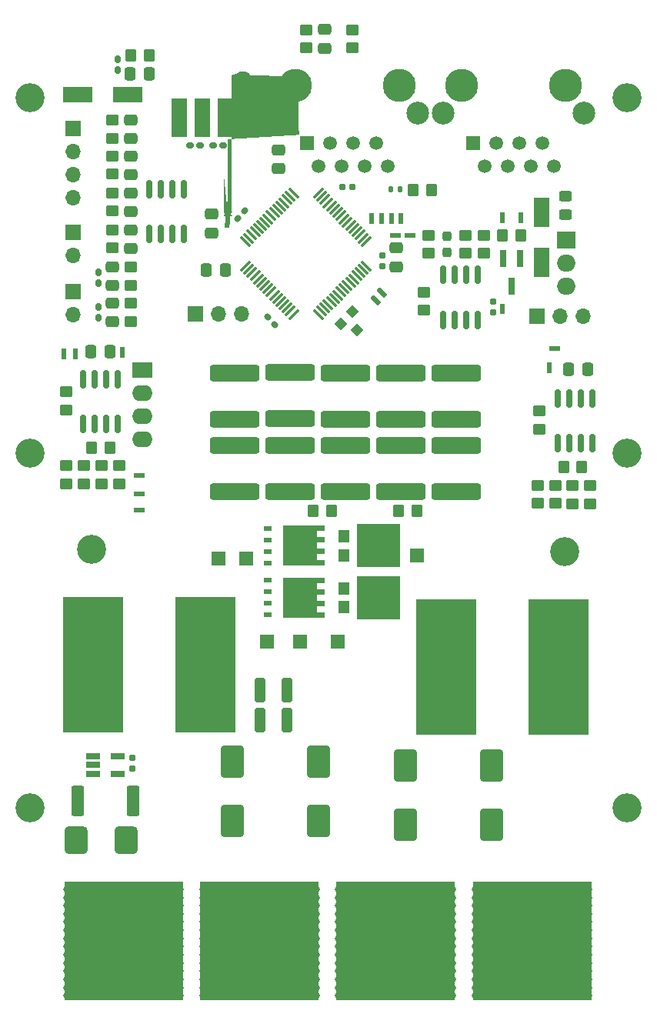
<source format=gts>
G04 #@! TF.GenerationSoftware,KiCad,Pcbnew,(6.0.9)*
G04 #@! TF.CreationDate,2022-11-27T16:56:08-03:00*
G04 #@! TF.ProjectId,main,6d61696e-2e6b-4696-9361-645f70636258,rev?*
G04 #@! TF.SameCoordinates,Original*
G04 #@! TF.FileFunction,Soldermask,Top*
G04 #@! TF.FilePolarity,Negative*
%FSLAX46Y46*%
G04 Gerber Fmt 4.6, Leading zero omitted, Abs format (unit mm)*
G04 Created by KiCad (PCBNEW (6.0.9)) date 2022-11-27 16:56:08*
%MOMM*%
%LPD*%
G01*
G04 APERTURE LIST*
G04 Aperture macros list*
%AMRoundRect*
0 Rectangle with rounded corners*
0 $1 Rounding radius*
0 $2 $3 $4 $5 $6 $7 $8 $9 X,Y pos of 4 corners*
0 Add a 4 corners polygon primitive as box body*
4,1,4,$2,$3,$4,$5,$6,$7,$8,$9,$2,$3,0*
0 Add four circle primitives for the rounded corners*
1,1,$1+$1,$2,$3*
1,1,$1+$1,$4,$5*
1,1,$1+$1,$6,$7*
1,1,$1+$1,$8,$9*
0 Add four rect primitives between the rounded corners*
20,1,$1+$1,$2,$3,$4,$5,0*
20,1,$1+$1,$4,$5,$6,$7,0*
20,1,$1+$1,$6,$7,$8,$9,0*
20,1,$1+$1,$8,$9,$2,$3,0*%
%AMRotRect*
0 Rectangle, with rotation*
0 The origin of the aperture is its center*
0 $1 length*
0 $2 width*
0 $3 Rotation angle, in degrees counterclockwise*
0 Add horizontal line*
21,1,$1,$2,0,0,$3*%
%AMFreePoly0*
4,1,24,0.072828,0.257987,0.091931,0.252452,0.345931,0.049252,0.349258,0.043209,0.355301,0.039882,0.359977,0.023744,0.368082,0.009026,0.366162,0.002400,0.368082,-0.004226,0.359977,-0.018944,0.355301,-0.035082,0.349258,-0.038409,0.345931,-0.044452,0.091931,-0.247652,0.072828,-0.253187,0.054449,-0.260800,-0.123351,-0.260800,-0.165777,-0.243226,-0.183351,-0.200800,-0.183351,0.205600,
-0.165777,0.248026,-0.123351,0.265600,0.054449,0.265600,0.072828,0.257987,0.072828,0.257987,$1*%
%AMFreePoly1*
4,1,40,0.141626,0.245626,0.159200,0.203200,0.159200,-0.203200,0.141626,-0.245626,0.099200,-0.263200,-0.256400,-0.263200,-0.259782,-0.261799,-0.263299,-0.262801,-0.280566,-0.253190,-0.298826,-0.245626,-0.300226,-0.242247,-0.303423,-0.240467,-0.308835,-0.221462,-0.316400,-0.203200,-0.314999,-0.199818,-0.316001,-0.196301,-0.306390,-0.179034,-0.298826,-0.160774,-0.295447,-0.159374,-0.293667,-0.156177,
-0.098668,-0.001638,-0.099200,0.000000,-0.098668,0.001638,-0.293667,0.156177,-0.295447,0.159374,-0.298826,0.160774,-0.306390,0.179034,-0.316001,0.196301,-0.314999,0.199818,-0.316400,0.203200,-0.308835,0.221462,-0.303423,0.240467,-0.300226,0.242247,-0.298826,0.245626,-0.280566,0.253190,-0.263299,0.262801,-0.259782,0.261799,-0.256400,0.263200,0.099200,0.263200,0.141626,0.245626,
0.141626,0.245626,$1*%
%AMFreePoly2*
4,1,24,0.323179,0.308787,0.342282,0.303252,0.596282,0.100052,0.599609,0.094009,0.605652,0.090682,0.610328,0.074544,0.618433,0.059826,0.616513,0.053200,0.618433,0.046574,0.610328,0.031856,0.605652,0.015718,0.599609,0.012391,0.596282,0.006348,0.342282,-0.196852,0.323179,-0.202387,0.304800,-0.210000,-0.127000,-0.210000,-0.169426,-0.192426,-0.187000,-0.150000,-0.187000,0.256400,
-0.169426,0.298826,-0.127000,0.316400,0.304800,0.316400,0.323179,0.308787,0.323179,0.308787,$1*%
%AMFreePoly3*
4,1,63,0.460449,0.261854,0.463826,0.262833,0.481253,0.253237,0.499626,0.245626,0.500971,0.242378,0.504052,0.240682,0.509589,0.221575,0.517200,0.203200,0.515854,0.199951,0.516833,0.196574,0.507237,0.179147,0.499626,0.160774,0.496378,0.159429,0.494682,0.156348,0.299247,0.000000,0.494682,-0.156348,0.496378,-0.159429,0.499626,-0.160774,0.507237,-0.179147,0.516833,-0.196574,
0.515854,-0.199951,0.517200,-0.203200,0.509589,-0.221575,0.504052,-0.240682,0.500971,-0.242378,0.499626,-0.245626,0.481253,-0.253237,0.463826,-0.262833,0.460449,-0.261854,0.457200,-0.263200,-0.406400,-0.263200,-0.409782,-0.261799,-0.413299,-0.262801,-0.430566,-0.253190,-0.448826,-0.245626,-0.450226,-0.242247,-0.453423,-0.240467,-0.458835,-0.221462,-0.466400,-0.203200,-0.464999,-0.199818,
-0.466001,-0.196301,-0.456390,-0.179034,-0.448826,-0.160774,-0.445447,-0.159374,-0.443667,-0.156177,-0.246601,0.000000,-0.443667,0.156177,-0.445447,0.159374,-0.448826,0.160774,-0.456390,0.179034,-0.466001,0.196301,-0.464999,0.199818,-0.466400,0.203200,-0.458835,0.221462,-0.453423,0.240467,-0.450226,0.242247,-0.448826,0.245626,-0.430566,0.253190,-0.413299,0.262801,-0.409782,0.261799,
-0.406400,0.263200,0.457200,0.263200,0.460449,0.261854,0.460449,0.261854,$1*%
%AMFreePoly4*
4,1,17,2.675000,1.605000,1.875000,1.605000,1.875000,0.935000,2.675000,0.935000,2.675000,0.335000,1.875000,0.335000,1.875000,-0.335000,2.675000,-0.335000,2.675000,-0.935000,1.875000,-0.935000,1.875000,-1.605000,2.675000,-1.605000,2.675000,-2.205000,-1.875000,-2.205000,-1.875000,2.205000,2.675000,2.205000,2.675000,1.605000,2.675000,1.605000,$1*%
G04 Aperture macros list end*
%ADD10O,2.250000X1.750000*%
%ADD11R,2.250000X1.750000*%
%ADD12R,1.500000X1.500000*%
%ADD13R,0.526400X0.990600*%
%ADD14FreePoly0,270.000000*%
%ADD15FreePoly1,270.000000*%
%ADD16C,0.800000*%
%ADD17R,13.000000X13.000000*%
%ADD18RoundRect,0.250000X-0.450000X0.350000X-0.450000X-0.350000X0.450000X-0.350000X0.450000X0.350000X0*%
%ADD19C,3.200000*%
%ADD20R,3.300000X1.700000*%
%ADD21R,6.700000X15.000000*%
%ADD22R,0.990600X0.526400*%
%ADD23FreePoly0,0.000000*%
%ADD24FreePoly1,0.000000*%
%ADD25RoundRect,0.155000X0.212500X0.155000X-0.212500X0.155000X-0.212500X-0.155000X0.212500X-0.155000X0*%
%ADD26R,1.700000X1.700000*%
%ADD27O,1.700000X1.700000*%
%ADD28FreePoly0,90.000000*%
%ADD29FreePoly1,90.000000*%
%ADD30RoundRect,0.155000X-0.155000X0.212500X-0.155000X-0.212500X0.155000X-0.212500X0.155000X0.212500X0*%
%ADD31RoundRect,0.250000X-1.000000X1.500000X-1.000000X-1.500000X1.000000X-1.500000X1.000000X1.500000X0*%
%ADD32RoundRect,0.250000X-0.350000X-0.450000X0.350000X-0.450000X0.350000X0.450000X-0.350000X0.450000X0*%
%ADD33RoundRect,0.250000X0.325000X1.100000X-0.325000X1.100000X-0.325000X-1.100000X0.325000X-1.100000X0*%
%ADD34RoundRect,0.250000X0.450000X-0.350000X0.450000X0.350000X-0.450000X0.350000X-0.450000X-0.350000X0*%
%ADD35FreePoly0,180.000000*%
%ADD36FreePoly1,180.000000*%
%ADD37RoundRect,0.250000X-0.337500X-0.475000X0.337500X-0.475000X0.337500X0.475000X-0.337500X0.475000X0*%
%ADD38R,1.270000X1.400000*%
%ADD39R,4.720000X4.800000*%
%ADD40RoundRect,0.250000X-0.475000X0.337500X-0.475000X-0.337500X0.475000X-0.337500X0.475000X0.337500X0*%
%ADD41R,0.519600X1.168400*%
%ADD42R,0.528798X1.219200*%
%ADD43FreePoly2,270.000000*%
%ADD44FreePoly3,270.000000*%
%ADD45FreePoly2,90.000000*%
%ADD46RoundRect,0.160000X0.160000X-0.222500X0.160000X0.222500X-0.160000X0.222500X-0.160000X-0.222500X0*%
%ADD47RoundRect,0.250000X-2.450000X0.650000X-2.450000X-0.650000X2.450000X-0.650000X2.450000X0.650000X0*%
%ADD48RoundRect,0.250000X2.450000X-0.650000X2.450000X0.650000X-2.450000X0.650000X-2.450000X-0.650000X0*%
%ADD49RoundRect,0.250000X0.337500X0.475000X-0.337500X0.475000X-0.337500X-0.475000X0.337500X-0.475000X0*%
%ADD50RoundRect,0.075000X-0.548008X0.441942X0.441942X-0.548008X0.548008X-0.441942X-0.441942X0.548008X0*%
%ADD51RoundRect,0.075000X-0.548008X-0.441942X-0.441942X-0.548008X0.548008X0.441942X0.441942X0.548008X0*%
%ADD52RoundRect,0.237500X0.237500X-0.300000X0.237500X0.300000X-0.237500X0.300000X-0.237500X-0.300000X0*%
%ADD53RotRect,0.990600X0.526400X315.000000*%
%ADD54FreePoly0,315.000000*%
%ADD55FreePoly1,315.000000*%
%ADD56RoundRect,0.150000X0.150000X-0.825000X0.150000X0.825000X-0.150000X0.825000X-0.150000X-0.825000X0*%
%ADD57R,1.700000X4.240000*%
%ADD58FreePoly4,0.000000*%
%ADD59R,0.850000X0.500000*%
%ADD60RoundRect,0.250000X0.450000X-0.325000X0.450000X0.325000X-0.450000X0.325000X-0.450000X-0.325000X0*%
%ADD61RoundRect,0.249999X-0.450001X-1.425001X0.450001X-1.425001X0.450001X1.425001X-0.450001X1.425001X0*%
%ADD62R,0.800000X1.900000*%
%ADD63RoundRect,0.160000X-0.222500X-0.160000X0.222500X-0.160000X0.222500X0.160000X-0.222500X0.160000X0*%
%ADD64RoundRect,0.155000X0.040659X0.259862X-0.259862X-0.040659X-0.040659X-0.259862X0.259862X0.040659X0*%
%ADD65RoundRect,0.135000X-0.135000X-0.185000X0.135000X-0.185000X0.135000X0.185000X-0.135000X0.185000X0*%
%ADD66RoundRect,0.250000X0.475000X-0.337500X0.475000X0.337500X-0.475000X0.337500X-0.475000X-0.337500X0*%
%ADD67RoundRect,0.155000X0.259862X-0.040659X-0.040659X0.259862X-0.259862X0.040659X0.040659X-0.259862X0*%
%ADD68RotRect,1.000000X1.000000X45.000000*%
%ADD69RoundRect,0.409835X-0.840165X-1.090165X0.840165X-1.090165X0.840165X1.090165X-0.840165X1.090165X0*%
%ADD70R,1.560000X0.650000*%
%ADD71R,1.700000X3.300000*%
%ADD72R,2.000000X1.905000*%
%ADD73O,2.000000X1.905000*%
%ADD74C,3.650000*%
%ADD75C,1.500000*%
%ADD76C,2.500000*%
G04 APERTURE END LIST*
D10*
X28215500Y-129617500D03*
X28215500Y-127077500D03*
X28215500Y-124537500D03*
D11*
X28215500Y-121997500D03*
D12*
X39624000Y-142748000D03*
D13*
X53466786Y-105437199D03*
D14*
X53466786Y-104941899D03*
D15*
X53464386Y-105780099D03*
D16*
X72680000Y-189965400D03*
X72680000Y-180058800D03*
X66440000Y-189064800D03*
X69820000Y-178707900D03*
X75540000Y-190415700D03*
X68520000Y-190866000D03*
X74760000Y-180959400D03*
X74240000Y-181860000D03*
X67220000Y-190415700D03*
X66700000Y-186813300D03*
X74760000Y-182760600D03*
X72680000Y-180959400D03*
X66960000Y-189064800D03*
X74240000Y-190866000D03*
X67220000Y-181409700D03*
X67220000Y-184111500D03*
X76840000Y-190866000D03*
X75020000Y-180509100D03*
X74240000Y-182760600D03*
X76060000Y-179608500D03*
X70340000Y-187713900D03*
X72940000Y-183210900D03*
X65400000Y-182760600D03*
X69820000Y-187713900D03*
X70600000Y-181860000D03*
X68780000Y-180509100D03*
X67480000Y-183661200D03*
X74500000Y-182310300D03*
X76580000Y-182310300D03*
X68520000Y-186363000D03*
X72940000Y-179608500D03*
X66700000Y-185912700D03*
X77100000Y-182310300D03*
X75540000Y-185912700D03*
X66440000Y-188164200D03*
X74760000Y-190866000D03*
X73460000Y-189515100D03*
X72160000Y-180959400D03*
X66440000Y-190866000D03*
X75020000Y-186813300D03*
X73720000Y-185462400D03*
X70340000Y-178707900D03*
X65140000Y-181409700D03*
X76320000Y-189064800D03*
X68520000Y-180058800D03*
X76840000Y-179158200D03*
X73720000Y-187263600D03*
X69300000Y-186813300D03*
X66180000Y-180509100D03*
X75540000Y-186813300D03*
X71380000Y-188614500D03*
X67480000Y-181860000D03*
X73200000Y-179158200D03*
X68780000Y-181409700D03*
X72160000Y-187263600D03*
X76840000Y-189965400D03*
X74240000Y-187263600D03*
X66440000Y-185462400D03*
X68000000Y-183661200D03*
X68000000Y-188164200D03*
X74500000Y-186813300D03*
X68260000Y-178707900D03*
X73720000Y-181860000D03*
D17*
X71120000Y-184800000D03*
D16*
X71640000Y-180959400D03*
X65660000Y-190415700D03*
X70860000Y-178707900D03*
X73980000Y-181409700D03*
X74500000Y-187713900D03*
X67220000Y-179608500D03*
X68000000Y-179158200D03*
X67480000Y-188164200D03*
X74760000Y-181860000D03*
X64880000Y-184561800D03*
X73460000Y-188614500D03*
X65140000Y-190415700D03*
X76320000Y-189965400D03*
X73720000Y-188164200D03*
X69300000Y-182310300D03*
X64880000Y-190866000D03*
X66960000Y-183661200D03*
X66960000Y-182760600D03*
X74760000Y-184561800D03*
X71900000Y-182310300D03*
X67740000Y-185012100D03*
X69560000Y-180959400D03*
X74500000Y-190415700D03*
X73720000Y-190866000D03*
X74760000Y-186363000D03*
X65400000Y-187263600D03*
X65140000Y-188614500D03*
X71120000Y-187263600D03*
X64880000Y-188164200D03*
X69820000Y-181409700D03*
X73200000Y-188164200D03*
X70080000Y-187263600D03*
X65920000Y-188164200D03*
X73980000Y-187713900D03*
X71380000Y-179608500D03*
X65920000Y-179158200D03*
X69820000Y-189515100D03*
X69560000Y-188164200D03*
X74500000Y-189515100D03*
X72160000Y-179158200D03*
X64880000Y-182760600D03*
X71900000Y-179608500D03*
X66700000Y-180509100D03*
X76840000Y-180058800D03*
X76320000Y-180058800D03*
X66960000Y-179158200D03*
X77360000Y-189965400D03*
X69040000Y-186363000D03*
X71380000Y-189515100D03*
X70860000Y-187713900D03*
X71900000Y-181409700D03*
X72940000Y-180509100D03*
X69300000Y-178707900D03*
X75280000Y-180058800D03*
X69040000Y-182760600D03*
X71120000Y-189965400D03*
X76320000Y-185462400D03*
X66180000Y-182310300D03*
X72940000Y-189515100D03*
X74760000Y-180058800D03*
X69040000Y-179158200D03*
X66440000Y-186363000D03*
X69300000Y-188614500D03*
X67740000Y-179608500D03*
X75800000Y-184561800D03*
X68780000Y-185912700D03*
X73460000Y-185912700D03*
X69040000Y-189965400D03*
X68000000Y-186363000D03*
X73200000Y-189965400D03*
X76060000Y-189515100D03*
X72680000Y-188164200D03*
X66960000Y-184561800D03*
X67220000Y-185912700D03*
X75540000Y-180509100D03*
X75280000Y-189064800D03*
X66440000Y-182760600D03*
X66960000Y-189965400D03*
X64880000Y-186363000D03*
X67220000Y-180509100D03*
X67220000Y-185012100D03*
X65920000Y-190866000D03*
X73720000Y-189965400D03*
X71900000Y-188614500D03*
X70080000Y-188164200D03*
X66180000Y-190415700D03*
X73980000Y-186813300D03*
X69300000Y-189515100D03*
X65400000Y-186363000D03*
X70600000Y-188164200D03*
X65920000Y-187263600D03*
X65660000Y-188614500D03*
X75800000Y-187263600D03*
X70600000Y-189965400D03*
X69300000Y-181409700D03*
X65400000Y-190866000D03*
X68260000Y-187713900D03*
X70080000Y-179158200D03*
X70600000Y-189064800D03*
X74760000Y-187263600D03*
X70080000Y-180959400D03*
X73460000Y-183210900D03*
X70080000Y-189965400D03*
X71900000Y-189515100D03*
X67740000Y-182310300D03*
X66700000Y-189515100D03*
X68780000Y-184111500D03*
X64880000Y-185462400D03*
X72940000Y-187713900D03*
X65920000Y-184561800D03*
X67480000Y-180959400D03*
X68000000Y-180058800D03*
X69820000Y-182310300D03*
X73460000Y-186813300D03*
X68520000Y-188164200D03*
X69560000Y-182760600D03*
X64880000Y-180959400D03*
X75800000Y-180058800D03*
X71640000Y-190866000D03*
X66440000Y-187263600D03*
X76580000Y-187713900D03*
X71640000Y-188164200D03*
X76320000Y-183661200D03*
X70860000Y-181409700D03*
X77100000Y-179608500D03*
X75020000Y-181409700D03*
X73200000Y-180058800D03*
X71120000Y-190866000D03*
X70860000Y-189515100D03*
X73980000Y-184111500D03*
X73460000Y-184111500D03*
X76320000Y-184561800D03*
X75280000Y-186363000D03*
X71640000Y-180058800D03*
X66700000Y-182310300D03*
X68260000Y-182310300D03*
X76580000Y-185012100D03*
X77360000Y-182760600D03*
X67740000Y-180509100D03*
X73980000Y-180509100D03*
X65920000Y-189064800D03*
X67480000Y-187263600D03*
X70600000Y-187263600D03*
X68520000Y-180959400D03*
X66700000Y-179608500D03*
X69560000Y-190866000D03*
X77360000Y-186363000D03*
X68780000Y-190415700D03*
X67480000Y-184561800D03*
X66440000Y-189965400D03*
X74500000Y-181409700D03*
X72680000Y-189064800D03*
X69040000Y-188164200D03*
X68780000Y-187713900D03*
X72420000Y-182310300D03*
X65140000Y-189515100D03*
X75800000Y-186363000D03*
X74760000Y-189965400D03*
X73720000Y-189064800D03*
X66180000Y-178707900D03*
X75280000Y-180959400D03*
X68000000Y-181860000D03*
X71640000Y-189965400D03*
X76060000Y-190415700D03*
X70600000Y-180058800D03*
X75020000Y-178707900D03*
X66440000Y-179158200D03*
X70860000Y-180509100D03*
X74500000Y-183210900D03*
X73720000Y-184561800D03*
X70860000Y-190415700D03*
X73200000Y-189064800D03*
X65660000Y-178707900D03*
X67480000Y-180058800D03*
X68260000Y-185912700D03*
X67740000Y-181409700D03*
X65660000Y-185912700D03*
X77100000Y-180509100D03*
X75020000Y-187713900D03*
X72160000Y-189064800D03*
X71380000Y-181409700D03*
X72420000Y-180509100D03*
X77360000Y-180959400D03*
X67740000Y-184111500D03*
X67740000Y-188614500D03*
X75020000Y-182310300D03*
X75020000Y-184111500D03*
X67480000Y-189965400D03*
X68520000Y-179158200D03*
X69300000Y-187713900D03*
X76060000Y-187713900D03*
X69040000Y-180058800D03*
X76580000Y-184111500D03*
X70080000Y-190866000D03*
X66700000Y-190415700D03*
X71900000Y-190415700D03*
X72420000Y-187713900D03*
X76060000Y-181409700D03*
X74500000Y-179608500D03*
X74240000Y-186363000D03*
X65920000Y-180959400D03*
X72160000Y-180058800D03*
X77360000Y-180058800D03*
X76580000Y-188614500D03*
X73460000Y-182310300D03*
X66700000Y-183210900D03*
X66180000Y-188614500D03*
X71380000Y-178707900D03*
X66440000Y-180959400D03*
X69820000Y-190415700D03*
X74760000Y-179158200D03*
X76840000Y-180959400D03*
X73200000Y-180959400D03*
X75540000Y-178707900D03*
X72160000Y-181860000D03*
X64880000Y-181860000D03*
X72420000Y-178707900D03*
X73460000Y-181409700D03*
X75540000Y-184111500D03*
X72940000Y-182310300D03*
X66960000Y-181860000D03*
X66180000Y-185012100D03*
X70080000Y-180058800D03*
X68260000Y-180509100D03*
X76580000Y-190415700D03*
X71120000Y-180058800D03*
X73200000Y-183661200D03*
X73980000Y-183210900D03*
X65400000Y-181860000D03*
X70080000Y-189064800D03*
X64880000Y-187263600D03*
X69040000Y-181860000D03*
X66960000Y-188164200D03*
X65660000Y-182310300D03*
X73720000Y-179158200D03*
X68520000Y-189064800D03*
X67480000Y-189064800D03*
X65660000Y-185012100D03*
X76840000Y-185462400D03*
X66700000Y-188614500D03*
X72420000Y-179608500D03*
X70600000Y-179158200D03*
X66180000Y-185912700D03*
X75020000Y-189515100D03*
X76060000Y-180509100D03*
X77360000Y-184561800D03*
X76840000Y-189064800D03*
X65920000Y-186363000D03*
X66700000Y-187713900D03*
X72420000Y-189515100D03*
X69040000Y-187263600D03*
X77100000Y-181409700D03*
X74500000Y-184111500D03*
X69820000Y-179608500D03*
X76060000Y-185012100D03*
X65140000Y-186813300D03*
X73980000Y-185012100D03*
X71900000Y-187713900D03*
X67480000Y-179158200D03*
X72420000Y-188614500D03*
X67740000Y-186813300D03*
X75280000Y-189965400D03*
X68780000Y-188614500D03*
X70340000Y-189515100D03*
X65140000Y-187713900D03*
X65400000Y-189064800D03*
X75540000Y-182310300D03*
X75280000Y-182760600D03*
X74500000Y-185912700D03*
X68780000Y-178707900D03*
X71120000Y-181860000D03*
X69820000Y-180509100D03*
X65660000Y-186813300D03*
X65400000Y-183661200D03*
X68000000Y-189965400D03*
X66180000Y-183210900D03*
X72420000Y-181409700D03*
X77100000Y-188614500D03*
X76840000Y-183661200D03*
X75540000Y-183210900D03*
X74240000Y-179158200D03*
X70340000Y-179608500D03*
X76060000Y-185912700D03*
X65660000Y-183210900D03*
X66440000Y-184561800D03*
X67740000Y-178707900D03*
X75540000Y-187713900D03*
X71120000Y-189064800D03*
X74500000Y-188614500D03*
X66960000Y-187263600D03*
X68000000Y-190866000D03*
X66700000Y-184111500D03*
X66960000Y-185462400D03*
X66180000Y-184111500D03*
X69820000Y-188614500D03*
X65660000Y-179608500D03*
X76840000Y-181860000D03*
X67220000Y-188614500D03*
X77360000Y-187263600D03*
X76840000Y-184561800D03*
X77100000Y-186813300D03*
X75800000Y-182760600D03*
X66180000Y-187713900D03*
X74500000Y-178707900D03*
X70860000Y-188614500D03*
X72160000Y-190866000D03*
X75540000Y-181409700D03*
X74240000Y-189965400D03*
X65140000Y-184111500D03*
X74500000Y-185012100D03*
X68000000Y-180959400D03*
X69040000Y-180959400D03*
X68260000Y-188614500D03*
X68260000Y-179608500D03*
X64880000Y-183661200D03*
X69560000Y-181860000D03*
X67740000Y-190415700D03*
X73980000Y-188614500D03*
X71900000Y-180509100D03*
X64880000Y-179158200D03*
X72420000Y-190415700D03*
X65920000Y-182760600D03*
X75020000Y-183210900D03*
X76840000Y-187263600D03*
X70340000Y-188614500D03*
X75020000Y-190415700D03*
X77360000Y-188164200D03*
X70080000Y-181860000D03*
X68260000Y-185012100D03*
X68260000Y-183210900D03*
X68780000Y-189515100D03*
X66960000Y-180959400D03*
X68260000Y-181409700D03*
X71380000Y-190415700D03*
X68520000Y-181860000D03*
X68260000Y-186813300D03*
X69300000Y-179608500D03*
X72680000Y-179158200D03*
X73460000Y-190415700D03*
X75800000Y-189965400D03*
X76320000Y-186363000D03*
X75020000Y-185012100D03*
X68520000Y-182760600D03*
X68000000Y-189064800D03*
X67480000Y-185462400D03*
X77100000Y-189515100D03*
X75540000Y-185012100D03*
X76320000Y-182760600D03*
X70600000Y-180959400D03*
X71120000Y-179158200D03*
X75800000Y-181860000D03*
X74760000Y-183661200D03*
X75800000Y-183661200D03*
X74240000Y-189064800D03*
X66960000Y-180058800D03*
X73980000Y-189515100D03*
X77100000Y-185012100D03*
X76840000Y-182760600D03*
X65660000Y-180509100D03*
X72940000Y-190415700D03*
X69040000Y-190866000D03*
X77360000Y-185462400D03*
X75280000Y-181860000D03*
X66700000Y-178707900D03*
X75540000Y-179608500D03*
X73460000Y-180509100D03*
X67220000Y-187713900D03*
X66960000Y-190866000D03*
X74240000Y-184561800D03*
X65920000Y-180058800D03*
X65660000Y-187713900D03*
X71380000Y-187713900D03*
X68780000Y-179608500D03*
X77360000Y-179158200D03*
X65140000Y-179608500D03*
X77360000Y-183661200D03*
X77100000Y-178707900D03*
X71640000Y-189064800D03*
X75540000Y-189515100D03*
X73980000Y-185912700D03*
X76320000Y-187263600D03*
X66180000Y-186813300D03*
X76840000Y-188164200D03*
X75280000Y-190866000D03*
X75280000Y-188164200D03*
X69560000Y-179158200D03*
X73720000Y-186363000D03*
X70340000Y-182310300D03*
X76580000Y-189515100D03*
X72940000Y-186813300D03*
X73200000Y-181860000D03*
X74240000Y-180058800D03*
X72940000Y-188614500D03*
X71380000Y-182310300D03*
X65400000Y-189965400D03*
X65920000Y-183661200D03*
X66440000Y-180058800D03*
X71120000Y-188164200D03*
X66700000Y-185012100D03*
X73720000Y-182760600D03*
X65400000Y-179158200D03*
X67220000Y-178707900D03*
X71380000Y-180509100D03*
X68520000Y-183661200D03*
X77100000Y-190415700D03*
X72160000Y-188164200D03*
X67220000Y-182310300D03*
X75020000Y-188614500D03*
X75280000Y-184561800D03*
X75800000Y-180959400D03*
X75280000Y-185462400D03*
X75280000Y-179158200D03*
X65140000Y-180509100D03*
X70600000Y-190866000D03*
X69560000Y-180058800D03*
X76060000Y-188614500D03*
X73460000Y-178707900D03*
X65140000Y-185012100D03*
X76060000Y-183210900D03*
X75020000Y-179608500D03*
X68000000Y-182760600D03*
X65660000Y-189515100D03*
X76320000Y-188164200D03*
X70860000Y-179608500D03*
X64880000Y-180058800D03*
X74240000Y-185462400D03*
X73980000Y-182310300D03*
X64880000Y-189965400D03*
X74760000Y-185462400D03*
X72680000Y-181860000D03*
X73720000Y-183661200D03*
X67480000Y-186363000D03*
X65140000Y-185912700D03*
X73720000Y-180959400D03*
X66700000Y-181409700D03*
X68260000Y-190415700D03*
X65920000Y-181860000D03*
X76580000Y-178707900D03*
X73720000Y-180058800D03*
X77360000Y-181860000D03*
X75800000Y-188164200D03*
X75540000Y-188614500D03*
X65400000Y-184561800D03*
X71640000Y-181860000D03*
X76580000Y-179608500D03*
X75800000Y-185462400D03*
X72940000Y-181409700D03*
X66180000Y-179608500D03*
X76580000Y-186813300D03*
X73200000Y-187263600D03*
X76320000Y-180959400D03*
X65400000Y-180058800D03*
X65920000Y-189965400D03*
X73200000Y-186363000D03*
X70340000Y-190415700D03*
X71900000Y-178707900D03*
X76580000Y-181409700D03*
X77100000Y-185912700D03*
X72680000Y-182760600D03*
X66440000Y-183661200D03*
X69560000Y-189064800D03*
X75280000Y-183661200D03*
X69040000Y-183661200D03*
X68000000Y-185462400D03*
X74240000Y-188164200D03*
X68780000Y-182310300D03*
X65660000Y-184111500D03*
X69560000Y-189965400D03*
X71640000Y-187263600D03*
X73980000Y-179608500D03*
X68260000Y-184111500D03*
X67740000Y-187713900D03*
X69300000Y-183210900D03*
X65920000Y-185462400D03*
X65660000Y-181409700D03*
X77100000Y-184111500D03*
X68000000Y-187263600D03*
X75280000Y-187263600D03*
X65140000Y-182310300D03*
X75800000Y-179158200D03*
X76580000Y-180509100D03*
X65400000Y-185462400D03*
X67480000Y-182760600D03*
X67220000Y-189515100D03*
X69300000Y-180509100D03*
X77100000Y-183210900D03*
X76320000Y-190866000D03*
X65140000Y-178707900D03*
X74240000Y-183661200D03*
X74760000Y-188164200D03*
X77100000Y-187713900D03*
X69560000Y-187263600D03*
X73980000Y-190415700D03*
X66180000Y-189515100D03*
X68260000Y-189515100D03*
X75020000Y-185912700D03*
X68000000Y-184561800D03*
X76060000Y-182310300D03*
X77360000Y-190866000D03*
X68520000Y-184561800D03*
X71120000Y-180959400D03*
X76320000Y-179158200D03*
X72940000Y-178707900D03*
X67220000Y-183210900D03*
X68780000Y-186813300D03*
X76060000Y-186813300D03*
X72680000Y-190866000D03*
X74760000Y-189064800D03*
X73460000Y-179608500D03*
X77360000Y-189064800D03*
X67480000Y-190866000D03*
X65400000Y-188164200D03*
X69040000Y-189064800D03*
X76840000Y-186363000D03*
X76320000Y-181860000D03*
X64880000Y-189064800D03*
X76060000Y-184111500D03*
X76580000Y-183210900D03*
X75800000Y-190866000D03*
X68520000Y-185462400D03*
X65140000Y-183210900D03*
X67740000Y-189515100D03*
X66960000Y-186363000D03*
X70860000Y-182310300D03*
X73200000Y-190866000D03*
X65400000Y-180959400D03*
X70340000Y-180509100D03*
X67740000Y-185912700D03*
X69300000Y-190415700D03*
X73980000Y-178707900D03*
X74240000Y-180959400D03*
X76580000Y-185912700D03*
X68780000Y-183210900D03*
X72680000Y-187263600D03*
X70340000Y-181409700D03*
X72160000Y-189965400D03*
X67740000Y-183210900D03*
X71640000Y-179158200D03*
X68520000Y-187263600D03*
X74500000Y-180509100D03*
X76060000Y-178707900D03*
X66440000Y-181860000D03*
X73200000Y-182760600D03*
X75800000Y-189064800D03*
X67220000Y-186813300D03*
X68520000Y-189965400D03*
X66180000Y-181409700D03*
X73460000Y-187713900D03*
D18*
X24892000Y-94504000D03*
X24892000Y-96504000D03*
D19*
X15875000Y-92075000D03*
D20*
X26626000Y-91694000D03*
X21126000Y-91694000D03*
D18*
X75565000Y-134716000D03*
X75565000Y-136716000D03*
D21*
X22786600Y-154432000D03*
X35125400Y-154432000D03*
D22*
X27927300Y-137411600D03*
D23*
X27432000Y-137411600D03*
D24*
X28270200Y-137414000D03*
D18*
X59690000Y-107188000D03*
X59690000Y-109188000D03*
D25*
X51367500Y-101854000D03*
X50232500Y-101854000D03*
D26*
X20574000Y-113408000D03*
D27*
X20574000Y-115948000D03*
D16*
X31882000Y-187263600D03*
X20182000Y-183210900D03*
X25642000Y-180959400D03*
X28502000Y-184111500D03*
X30062000Y-190415700D03*
X31102000Y-182310300D03*
X23822000Y-181409700D03*
X23042000Y-180058800D03*
X27722000Y-189064800D03*
X31882000Y-181860000D03*
X23822000Y-185912700D03*
X19922000Y-181860000D03*
X21482000Y-185462400D03*
X24862000Y-188614500D03*
X29802000Y-184561800D03*
X24342000Y-190415700D03*
X30062000Y-188614500D03*
X20182000Y-184111500D03*
X25122000Y-189965400D03*
X30582000Y-183210900D03*
X29542000Y-184111500D03*
X30842000Y-179158200D03*
X20962000Y-189965400D03*
X32402000Y-186363000D03*
X31622000Y-181409700D03*
X23042000Y-187263600D03*
X29282000Y-184561800D03*
X23562000Y-184561800D03*
X30322000Y-189965400D03*
X22262000Y-188614500D03*
X21222000Y-181409700D03*
X19922000Y-183661200D03*
X26682000Y-189064800D03*
X24862000Y-190415700D03*
X30062000Y-178707900D03*
X29802000Y-189064800D03*
X31362000Y-189965400D03*
X30582000Y-179608500D03*
X22262000Y-185912700D03*
X32142000Y-181409700D03*
X27462000Y-187713900D03*
X20442000Y-186363000D03*
X28762000Y-189965400D03*
X22002000Y-182760600D03*
X22522000Y-183661200D03*
X24082000Y-180959400D03*
X26422000Y-178707900D03*
X26162000Y-187263600D03*
X28502000Y-189515100D03*
X23822000Y-178707900D03*
X28502000Y-182310300D03*
X25382000Y-180509100D03*
X27982000Y-190415700D03*
X20962000Y-189064800D03*
X25642000Y-188164200D03*
X23822000Y-184111500D03*
X27982000Y-180509100D03*
X22522000Y-180058800D03*
X26682000Y-190866000D03*
X31102000Y-178707900D03*
X25902000Y-188614500D03*
X26942000Y-190415700D03*
X20702000Y-179608500D03*
X29022000Y-186813300D03*
X29542000Y-190415700D03*
X32142000Y-184111500D03*
X26942000Y-181409700D03*
X23302000Y-181409700D03*
X22782000Y-189515100D03*
X29282000Y-180058800D03*
X22522000Y-179158200D03*
X24342000Y-180509100D03*
X29022000Y-182310300D03*
X20442000Y-189965400D03*
X30842000Y-180959400D03*
X23822000Y-190415700D03*
X30582000Y-184111500D03*
X32402000Y-185462400D03*
X22262000Y-178707900D03*
X31622000Y-182310300D03*
X26162000Y-190866000D03*
X21482000Y-186363000D03*
X29282000Y-189965400D03*
X26682000Y-179158200D03*
X25902000Y-181409700D03*
X29542000Y-180509100D03*
X26942000Y-188614500D03*
X23822000Y-183210900D03*
X26942000Y-189515100D03*
X29282000Y-181860000D03*
X32142000Y-186813300D03*
X24602000Y-187263600D03*
X29022000Y-189515100D03*
X30842000Y-186363000D03*
X22782000Y-179608500D03*
X25122000Y-179158200D03*
X30062000Y-182310300D03*
X25902000Y-189515100D03*
X23302000Y-178707900D03*
X31882000Y-184561800D03*
X29022000Y-184111500D03*
X22522000Y-182760600D03*
X30582000Y-189515100D03*
X21482000Y-181860000D03*
X25382000Y-182310300D03*
X30322000Y-187263600D03*
X31362000Y-189064800D03*
X30322000Y-180058800D03*
X22522000Y-184561800D03*
X20962000Y-184561800D03*
X20442000Y-180959400D03*
X22782000Y-187713900D03*
X30582000Y-185912700D03*
X23042000Y-183661200D03*
X21482000Y-190866000D03*
X23042000Y-180959400D03*
X21222000Y-188614500D03*
X20182000Y-185912700D03*
X23042000Y-185462400D03*
X20182000Y-185012100D03*
X30842000Y-183661200D03*
X30322000Y-179158200D03*
X21222000Y-187713900D03*
X31882000Y-189064800D03*
X25642000Y-189064800D03*
X31882000Y-190866000D03*
X29022000Y-190415700D03*
X29802000Y-188164200D03*
X27462000Y-182310300D03*
X21222000Y-186813300D03*
X22262000Y-183210900D03*
X22782000Y-188614500D03*
X26422000Y-188614500D03*
X30842000Y-187263600D03*
X20702000Y-181409700D03*
X24082000Y-187263600D03*
X22522000Y-187263600D03*
X29022000Y-185912700D03*
X27462000Y-189515100D03*
X27982000Y-187713900D03*
X29802000Y-190866000D03*
X21482000Y-188164200D03*
X28762000Y-187263600D03*
X27722000Y-189965400D03*
X28242000Y-187263600D03*
X27462000Y-188614500D03*
X23822000Y-186813300D03*
X29022000Y-185012100D03*
X29282000Y-188164200D03*
X30322000Y-186363000D03*
X25902000Y-180509100D03*
X24342000Y-183210900D03*
X23302000Y-180509100D03*
X26162000Y-188164200D03*
X31102000Y-187713900D03*
X28502000Y-188614500D03*
X28242000Y-182760600D03*
X29802000Y-180058800D03*
X32142000Y-188614500D03*
X20442000Y-180058800D03*
X22002000Y-185462400D03*
X20962000Y-182760600D03*
X21222000Y-185012100D03*
X20702000Y-184111500D03*
X24602000Y-180959400D03*
X28762000Y-180959400D03*
X23042000Y-184561800D03*
X21482000Y-182760600D03*
X30062000Y-184111500D03*
X22002000Y-188164200D03*
X23302000Y-182310300D03*
X30842000Y-185462400D03*
X25122000Y-180959400D03*
X20962000Y-187263600D03*
X30062000Y-189515100D03*
D17*
X26162000Y-184800000D03*
D16*
X29542000Y-181409700D03*
X24602000Y-189965400D03*
X31362000Y-185462400D03*
X29802000Y-187263600D03*
X27202000Y-189965400D03*
X28242000Y-181860000D03*
X23042000Y-190866000D03*
X20702000Y-178707900D03*
X27722000Y-180959400D03*
X24082000Y-186363000D03*
X29282000Y-187263600D03*
X21222000Y-179608500D03*
X28762000Y-180058800D03*
X20442000Y-182760600D03*
X30322000Y-183661200D03*
X24602000Y-180058800D03*
X20442000Y-190866000D03*
X31882000Y-188164200D03*
X29282000Y-183661200D03*
X24862000Y-187713900D03*
X31362000Y-181860000D03*
X31622000Y-185912700D03*
X20182000Y-181409700D03*
X29282000Y-185462400D03*
X28242000Y-183661200D03*
X23822000Y-179608500D03*
X20182000Y-180509100D03*
X24342000Y-186813300D03*
X22522000Y-186363000D03*
X27202000Y-188164200D03*
X31882000Y-189965400D03*
X31102000Y-185012100D03*
X20702000Y-183210900D03*
X24082000Y-183661200D03*
X22002000Y-189965400D03*
X23042000Y-186363000D03*
X28502000Y-180509100D03*
X27462000Y-181409700D03*
X32142000Y-182310300D03*
X31362000Y-183661200D03*
X20442000Y-184561800D03*
X24342000Y-179608500D03*
X24602000Y-188164200D03*
X31362000Y-186363000D03*
X31622000Y-180509100D03*
X30582000Y-190415700D03*
X21222000Y-184111500D03*
X26942000Y-180509100D03*
X24862000Y-189515100D03*
X31362000Y-187263600D03*
X29022000Y-188614500D03*
X26162000Y-179158200D03*
X24082000Y-188164200D03*
X29542000Y-187713900D03*
X31102000Y-180509100D03*
X21222000Y-189515100D03*
X32402000Y-188164200D03*
X23562000Y-182760600D03*
X20442000Y-181860000D03*
X19922000Y-180959400D03*
X31882000Y-182760600D03*
X32142000Y-190415700D03*
X23302000Y-188614500D03*
X24862000Y-180509100D03*
X27202000Y-190866000D03*
X25382000Y-188614500D03*
X28502000Y-190415700D03*
X29542000Y-185912700D03*
X32142000Y-189515100D03*
X26682000Y-180959400D03*
X31362000Y-184561800D03*
X31362000Y-188164200D03*
X25122000Y-190866000D03*
X29542000Y-179608500D03*
X23042000Y-188164200D03*
X29542000Y-183210900D03*
X24862000Y-179608500D03*
X31622000Y-184111500D03*
X21482000Y-184561800D03*
X24342000Y-178707900D03*
X32402000Y-180058800D03*
X22522000Y-181860000D03*
X32402000Y-190866000D03*
X28762000Y-190866000D03*
X28762000Y-185462400D03*
X24082000Y-190866000D03*
X22262000Y-182310300D03*
X30842000Y-189965400D03*
X23042000Y-179158200D03*
X21482000Y-180058800D03*
X29282000Y-189064800D03*
X24342000Y-182310300D03*
X19922000Y-185462400D03*
X22262000Y-181409700D03*
X21482000Y-189965400D03*
X22002000Y-183661200D03*
X26942000Y-179608500D03*
X23042000Y-189064800D03*
X24082000Y-179158200D03*
X31102000Y-179608500D03*
X27982000Y-182310300D03*
X28762000Y-181860000D03*
X32142000Y-185912700D03*
X22262000Y-189515100D03*
X23042000Y-181860000D03*
X25902000Y-179608500D03*
X20442000Y-188164200D03*
X22782000Y-182310300D03*
X22262000Y-185012100D03*
X25382000Y-187713900D03*
X24342000Y-181409700D03*
X26162000Y-189064800D03*
X29282000Y-182760600D03*
X19922000Y-188164200D03*
X23562000Y-189965400D03*
X30842000Y-184561800D03*
X28762000Y-188164200D03*
X20182000Y-178707900D03*
X22782000Y-180509100D03*
X26942000Y-178707900D03*
X30842000Y-190866000D03*
X25122000Y-181860000D03*
X29542000Y-185012100D03*
X22782000Y-185912700D03*
X30062000Y-179608500D03*
X29022000Y-181409700D03*
X21742000Y-179608500D03*
X27202000Y-189064800D03*
X26422000Y-187713900D03*
X21742000Y-190415700D03*
X25642000Y-180058800D03*
X24082000Y-181860000D03*
X28502000Y-185912700D03*
X22782000Y-183210900D03*
X29802000Y-183661200D03*
X28502000Y-183210900D03*
X29022000Y-187713900D03*
X32142000Y-185012100D03*
X27202000Y-181860000D03*
X31102000Y-188614500D03*
X23822000Y-180509100D03*
X20182000Y-189515100D03*
X24602000Y-181860000D03*
X21482000Y-180959400D03*
X26682000Y-180058800D03*
X29542000Y-189515100D03*
X19922000Y-189965400D03*
X25382000Y-179608500D03*
X26682000Y-181860000D03*
X21742000Y-185012100D03*
X29282000Y-180959400D03*
X22002000Y-189064800D03*
X30582000Y-186813300D03*
X30322000Y-181860000D03*
X27982000Y-179608500D03*
X20182000Y-188614500D03*
X21742000Y-189515100D03*
X29542000Y-178707900D03*
X19922000Y-190866000D03*
X29282000Y-186363000D03*
X20182000Y-187713900D03*
X20442000Y-185462400D03*
X24082000Y-180058800D03*
X25902000Y-178707900D03*
X31102000Y-189515100D03*
X25642000Y-190866000D03*
X22002000Y-190866000D03*
X21742000Y-180509100D03*
X20702000Y-187713900D03*
X28502000Y-187713900D03*
X29802000Y-186363000D03*
X20962000Y-188164200D03*
X31102000Y-181409700D03*
X19922000Y-189064800D03*
X22002000Y-184561800D03*
X31882000Y-179158200D03*
X31622000Y-186813300D03*
X20962000Y-183661200D03*
X27982000Y-189515100D03*
X28242000Y-180959400D03*
X22782000Y-178707900D03*
X28242000Y-188164200D03*
X22522000Y-185462400D03*
X22262000Y-184111500D03*
X26422000Y-180509100D03*
X31102000Y-183210900D03*
X23562000Y-185462400D03*
X20962000Y-179158200D03*
X23562000Y-188164200D03*
X20702000Y-190415700D03*
X27722000Y-187263600D03*
X26942000Y-182310300D03*
X29802000Y-185462400D03*
X20702000Y-185012100D03*
X22782000Y-181409700D03*
X31102000Y-190415700D03*
X20962000Y-181860000D03*
X28242000Y-180058800D03*
X25122000Y-188164200D03*
X32402000Y-184561800D03*
X21742000Y-182310300D03*
X22522000Y-190866000D03*
X25382000Y-178707900D03*
X19922000Y-179158200D03*
X23302000Y-183210900D03*
X23562000Y-179158200D03*
X23822000Y-188614500D03*
X21482000Y-183661200D03*
X30322000Y-188164200D03*
X27462000Y-179608500D03*
X26422000Y-182310300D03*
X32142000Y-183210900D03*
X31622000Y-190415700D03*
X27722000Y-190866000D03*
X26162000Y-189965400D03*
X29282000Y-190866000D03*
X29802000Y-181860000D03*
X21742000Y-183210900D03*
X20442000Y-183661200D03*
X23822000Y-182310300D03*
X28762000Y-183661200D03*
X31882000Y-180058800D03*
X29802000Y-179158200D03*
X21222000Y-178707900D03*
X31622000Y-185012100D03*
X29022000Y-179608500D03*
X25122000Y-187263600D03*
X27722000Y-182760600D03*
X25642000Y-181860000D03*
X30842000Y-182760600D03*
X29022000Y-183210900D03*
X22522000Y-180959400D03*
X27202000Y-180058800D03*
X31882000Y-186363000D03*
X30322000Y-182760600D03*
X19922000Y-184561800D03*
X31102000Y-185912700D03*
X20702000Y-180509100D03*
X20962000Y-190866000D03*
X29542000Y-186813300D03*
X28502000Y-179608500D03*
X23042000Y-189965400D03*
X30322000Y-189064800D03*
X27982000Y-178707900D03*
X28762000Y-186363000D03*
X31882000Y-180959400D03*
X31622000Y-178707900D03*
X27722000Y-181860000D03*
X26682000Y-188164200D03*
X30582000Y-187713900D03*
X27982000Y-181409700D03*
X21222000Y-190415700D03*
X26942000Y-187713900D03*
X30322000Y-185462400D03*
X22782000Y-190415700D03*
X27982000Y-188614500D03*
X22002000Y-187263600D03*
X22782000Y-185012100D03*
X25382000Y-189515100D03*
X20962000Y-180058800D03*
X28762000Y-189064800D03*
X30582000Y-188614500D03*
X22782000Y-184111500D03*
X23822000Y-187713900D03*
X32142000Y-180509100D03*
X21742000Y-178707900D03*
X23302000Y-179608500D03*
X23302000Y-185012100D03*
X22262000Y-186813300D03*
X25642000Y-179158200D03*
X26422000Y-190415700D03*
X28762000Y-184561800D03*
X22522000Y-189064800D03*
X26682000Y-187263600D03*
X20702000Y-188614500D03*
X28762000Y-179158200D03*
X30842000Y-189064800D03*
X20442000Y-179158200D03*
X21222000Y-183210900D03*
X20702000Y-189515100D03*
X32402000Y-180959400D03*
X19922000Y-180058800D03*
X31102000Y-184111500D03*
X23562000Y-186363000D03*
X31622000Y-183210900D03*
X28242000Y-190866000D03*
X31882000Y-185462400D03*
X25122000Y-189064800D03*
X24342000Y-187713900D03*
X24602000Y-190866000D03*
X20702000Y-186813300D03*
X27202000Y-180959400D03*
X32402000Y-183661200D03*
X23302000Y-189515100D03*
X24602000Y-182760600D03*
X20702000Y-182310300D03*
X32142000Y-178707900D03*
X29802000Y-182760600D03*
X30582000Y-185012100D03*
X29542000Y-182310300D03*
X21742000Y-181409700D03*
X28762000Y-182760600D03*
X19922000Y-182760600D03*
X31362000Y-180058800D03*
X31622000Y-187713900D03*
X20962000Y-180959400D03*
X21742000Y-188614500D03*
X30062000Y-185012100D03*
X30582000Y-181409700D03*
X31362000Y-182760600D03*
X20962000Y-185462400D03*
X24082000Y-182760600D03*
X30062000Y-181409700D03*
X27462000Y-190415700D03*
X25902000Y-187713900D03*
X31362000Y-190866000D03*
X28242000Y-186363000D03*
X21742000Y-186813300D03*
X23562000Y-183661200D03*
X24602000Y-179158200D03*
X23562000Y-190866000D03*
X27202000Y-187263600D03*
X29802000Y-189965400D03*
X30062000Y-183210900D03*
X20182000Y-186813300D03*
X26422000Y-181409700D03*
X22002000Y-181860000D03*
X20962000Y-186363000D03*
X21482000Y-187263600D03*
X30842000Y-181860000D03*
X25902000Y-182310300D03*
X21222000Y-182310300D03*
X22262000Y-179608500D03*
X31882000Y-183661200D03*
X24862000Y-182310300D03*
X26422000Y-189515100D03*
X27722000Y-188164200D03*
X22262000Y-187713900D03*
X31622000Y-188614500D03*
X28502000Y-178707900D03*
X25382000Y-190415700D03*
X23302000Y-187713900D03*
X32402000Y-189965400D03*
X30062000Y-185912700D03*
X24602000Y-189064800D03*
X30582000Y-182310300D03*
X30062000Y-180509100D03*
X24342000Y-188614500D03*
X32402000Y-189064800D03*
X28242000Y-189965400D03*
X23562000Y-181860000D03*
X20182000Y-179608500D03*
X23562000Y-189064800D03*
X27722000Y-179158200D03*
X25642000Y-187263600D03*
X22522000Y-189965400D03*
X21482000Y-189064800D03*
X27462000Y-180509100D03*
X32402000Y-181860000D03*
X23562000Y-187263600D03*
X30322000Y-184561800D03*
X23302000Y-184111500D03*
X21742000Y-184111500D03*
X22002000Y-180058800D03*
X22262000Y-180509100D03*
X26422000Y-179608500D03*
X28502000Y-181409700D03*
X27982000Y-186813300D03*
X31622000Y-179608500D03*
X32402000Y-182760600D03*
X22522000Y-188164200D03*
X29802000Y-180959400D03*
X24342000Y-189515100D03*
X28502000Y-186813300D03*
X21742000Y-185912700D03*
X22002000Y-186363000D03*
X29022000Y-180509100D03*
X25382000Y-181409700D03*
X29542000Y-188614500D03*
X32402000Y-179158200D03*
X21742000Y-187713900D03*
X23302000Y-186813300D03*
X20442000Y-189064800D03*
X20182000Y-190415700D03*
X29022000Y-178707900D03*
X29282000Y-179158200D03*
X28242000Y-179158200D03*
X30842000Y-180058800D03*
X22002000Y-179158200D03*
X27982000Y-183210900D03*
X32402000Y-187263600D03*
X23822000Y-189515100D03*
X30322000Y-180959400D03*
X22782000Y-186813300D03*
X20702000Y-185912700D03*
X26162000Y-180959400D03*
X32142000Y-187713900D03*
X25642000Y-189965400D03*
X21222000Y-185912700D03*
X20442000Y-187263600D03*
X26162000Y-180058800D03*
X30842000Y-188164200D03*
X32142000Y-179608500D03*
X22002000Y-180959400D03*
X23302000Y-185912700D03*
X30582000Y-180509100D03*
X31362000Y-179158200D03*
X26162000Y-181860000D03*
X30322000Y-190866000D03*
X25902000Y-190415700D03*
X24082000Y-189965400D03*
X24862000Y-181409700D03*
X22262000Y-190415700D03*
X24082000Y-189064800D03*
X26682000Y-189965400D03*
X24862000Y-178707900D03*
X20182000Y-182310300D03*
X23042000Y-182760600D03*
X31362000Y-180959400D03*
X31622000Y-189515100D03*
X27722000Y-180058800D03*
X21222000Y-180509100D03*
X27202000Y-179158200D03*
X23302000Y-190415700D03*
X28242000Y-189064800D03*
X25122000Y-180058800D03*
X19922000Y-186363000D03*
X30062000Y-186813300D03*
X23562000Y-180959400D03*
X30062000Y-187713900D03*
X23562000Y-180058800D03*
X27462000Y-178707900D03*
X31102000Y-186813300D03*
X19922000Y-187263600D03*
X21482000Y-179158200D03*
X30582000Y-178707900D03*
D13*
X69844198Y-105145800D03*
D28*
X69844198Y-105641100D03*
D29*
X69846598Y-104802900D03*
D13*
X19560400Y-120347000D03*
D14*
X19560400Y-119851700D03*
D15*
X19558000Y-120689900D03*
D13*
X56699679Y-105437200D03*
D14*
X56699679Y-104941900D03*
D15*
X56697279Y-105780100D03*
D30*
X66804948Y-114511500D03*
X66804948Y-115646500D03*
D31*
X38100000Y-165152000D03*
X38100000Y-171652000D03*
D21*
X73987400Y-154682700D03*
X61648600Y-154682700D03*
D32*
X67836948Y-107238000D03*
X69836948Y-107238000D03*
D18*
X51308000Y-84576500D03*
X51308000Y-86576500D03*
D33*
X44098000Y-160528000D03*
X41148000Y-160528000D03*
D22*
X27927300Y-133607950D03*
D23*
X27432000Y-133607950D03*
D24*
X28270200Y-133610350D03*
D34*
X71755000Y-136700000D03*
X71755000Y-134700000D03*
D22*
X73687200Y-119637950D03*
D23*
X73191900Y-119637950D03*
D24*
X74030100Y-119640350D03*
D22*
X55968900Y-107190400D03*
D35*
X56464200Y-107190400D03*
D36*
X55626000Y-107188000D03*
D37*
X22584500Y-119997000D03*
X24659500Y-119997000D03*
D31*
X47625000Y-165152000D03*
X47625000Y-171652000D03*
D16*
X43982067Y-187713900D03*
X42682067Y-181860000D03*
D17*
X41122067Y-184800000D03*
D16*
X45542067Y-190415700D03*
X47362067Y-179158200D03*
X44502067Y-181409700D03*
X38262067Y-180509100D03*
X43462067Y-190415700D03*
X39562067Y-179158200D03*
X41902067Y-187713900D03*
X46582067Y-190415700D03*
X42682067Y-187263600D03*
X38522067Y-186363000D03*
X39562067Y-180959400D03*
X42682067Y-180058800D03*
X47362067Y-182760600D03*
X38782067Y-183210900D03*
X46322067Y-182760600D03*
X47102067Y-184111500D03*
X41122067Y-180058800D03*
X47102067Y-181409700D03*
X45022067Y-182310300D03*
X44242067Y-187263600D03*
X34882067Y-183661200D03*
X39042067Y-189064800D03*
X37482067Y-190866000D03*
X39042067Y-181860000D03*
X41382067Y-182310300D03*
X46322067Y-187263600D03*
X42942067Y-182310300D03*
X36702067Y-187713900D03*
X35402067Y-180058800D03*
X41642067Y-190866000D03*
X43722067Y-182760600D03*
X38782067Y-179608500D03*
X41902067Y-190415700D03*
X37482067Y-189965400D03*
X46842067Y-180058800D03*
X41382067Y-187713900D03*
X46322067Y-186363000D03*
X45022067Y-185012100D03*
X38522067Y-182760600D03*
X47102067Y-178707900D03*
X43722067Y-184561800D03*
X43982067Y-182310300D03*
X43202067Y-187263600D03*
X44242067Y-180058800D03*
X46062067Y-178707900D03*
X47362067Y-189965400D03*
X40082067Y-190866000D03*
X37222067Y-189515100D03*
X38782067Y-185912700D03*
X41122067Y-180959400D03*
X46062067Y-188614500D03*
X38522067Y-185462400D03*
X43982067Y-180509100D03*
X44762067Y-186363000D03*
X35662067Y-181409700D03*
X40602067Y-180058800D03*
X35662067Y-185012100D03*
X38522067Y-189064800D03*
X37482067Y-180959400D03*
X44242067Y-180959400D03*
X45282067Y-187263600D03*
X38002067Y-189965400D03*
X35142067Y-182310300D03*
X38262067Y-181409700D03*
X35142067Y-183210900D03*
X37742067Y-190415700D03*
X34882067Y-184561800D03*
X39302067Y-188614500D03*
X40862067Y-188614500D03*
X36182067Y-179608500D03*
X39822067Y-187713900D03*
X46062067Y-185912700D03*
X41902067Y-181409700D03*
X43462067Y-182310300D03*
X42942067Y-183210900D03*
X47102067Y-187713900D03*
X42682067Y-189965400D03*
X40862067Y-181409700D03*
X39562067Y-187263600D03*
X40862067Y-182310300D03*
X42162067Y-181860000D03*
X44762067Y-189064800D03*
X46582067Y-178707900D03*
X44242067Y-186363000D03*
X35402067Y-187263600D03*
X36962067Y-183661200D03*
X37742067Y-182310300D03*
X37742067Y-183210900D03*
X45022067Y-187713900D03*
X46842067Y-185462400D03*
X35142067Y-185012100D03*
X42942067Y-190415700D03*
X46842067Y-181860000D03*
X40082067Y-187263600D03*
X39302067Y-186813300D03*
X42682067Y-188164200D03*
X41382067Y-181409700D03*
X37742067Y-181409700D03*
X39302067Y-187713900D03*
X35662067Y-188614500D03*
X41382067Y-190415700D03*
X45542067Y-181409700D03*
X45802067Y-184561800D03*
X36442067Y-181860000D03*
X44762067Y-184561800D03*
X43722067Y-183661200D03*
X37482067Y-187263600D03*
X40602067Y-180959400D03*
X39562067Y-190866000D03*
X40082067Y-181860000D03*
X46062067Y-190415700D03*
X39042067Y-186363000D03*
X45542067Y-186813300D03*
X46842067Y-180959400D03*
X42162067Y-179158200D03*
X35922067Y-189965400D03*
X39042067Y-183661200D03*
X45282067Y-179158200D03*
X46582067Y-180509100D03*
X47102067Y-179608500D03*
X40602067Y-188164200D03*
X42942067Y-188614500D03*
X43462067Y-188614500D03*
X46842067Y-189064800D03*
X35662067Y-185912700D03*
X37742067Y-184111500D03*
X46322067Y-185462400D03*
X42422067Y-189515100D03*
X39302067Y-183210900D03*
X36702067Y-183210900D03*
X37742067Y-178707900D03*
X43462067Y-179608500D03*
X35922067Y-184561800D03*
X46842067Y-187263600D03*
X47102067Y-180509100D03*
X36962067Y-185462400D03*
X34882067Y-179158200D03*
X45802067Y-189965400D03*
X41642067Y-180959400D03*
X42422067Y-190415700D03*
X42162067Y-189064800D03*
X34882067Y-186363000D03*
X38782067Y-178707900D03*
X36442067Y-179158200D03*
X35142067Y-178707900D03*
X39562067Y-189064800D03*
X44502067Y-189515100D03*
X41122067Y-189965400D03*
X35142067Y-185912700D03*
X44242067Y-182760600D03*
X44502067Y-190415700D03*
X39822067Y-188614500D03*
X37482067Y-185462400D03*
X38522067Y-181860000D03*
X35402067Y-183661200D03*
X40602067Y-179158200D03*
X39822067Y-189515100D03*
X44242067Y-185462400D03*
X38002067Y-188164200D03*
X34882067Y-188164200D03*
X43982067Y-185012100D03*
X36182067Y-190415700D03*
X45802067Y-181860000D03*
X42422067Y-179608500D03*
X36702067Y-189515100D03*
X34882067Y-190866000D03*
X46582067Y-187713900D03*
X44242067Y-184561800D03*
X36962067Y-180959400D03*
X45802067Y-188164200D03*
X38782067Y-187713900D03*
X40602067Y-190866000D03*
X46842067Y-179158200D03*
X36442067Y-187263600D03*
X40342067Y-181409700D03*
X46582067Y-179608500D03*
X45282067Y-182760600D03*
X35662067Y-187713900D03*
X39822067Y-178707900D03*
X35922067Y-181860000D03*
X47362067Y-188164200D03*
X39302067Y-181409700D03*
X40342067Y-178707900D03*
X41642067Y-189965400D03*
X46322067Y-183661200D03*
X46062067Y-182310300D03*
X43722067Y-180058800D03*
X40082067Y-180959400D03*
X36962067Y-181860000D03*
X41382067Y-180509100D03*
X44502067Y-185012100D03*
X37742067Y-187713900D03*
X44242067Y-183661200D03*
X38782067Y-186813300D03*
X47102067Y-190415700D03*
X39042067Y-187263600D03*
X46062067Y-184111500D03*
X34882067Y-180959400D03*
X36702067Y-188614500D03*
X34882067Y-182760600D03*
X37742067Y-185012100D03*
X44242067Y-188164200D03*
X42422067Y-182310300D03*
X39302067Y-189515100D03*
X45542067Y-185012100D03*
X36442067Y-189965400D03*
X40602067Y-187263600D03*
X34882067Y-180058800D03*
X45022067Y-183210900D03*
X44762067Y-182760600D03*
X43462067Y-181409700D03*
X35142067Y-180509100D03*
X39562067Y-188164200D03*
X43722067Y-189965400D03*
X35922067Y-179158200D03*
X44502067Y-185912700D03*
X36442067Y-185462400D03*
X40342067Y-180509100D03*
X34882067Y-187263600D03*
X45022067Y-190415700D03*
X37482067Y-188164200D03*
X37222067Y-180509100D03*
X44502067Y-183210900D03*
X38002067Y-182760600D03*
X42682067Y-179158200D03*
X47102067Y-189515100D03*
X35662067Y-180509100D03*
X37222067Y-185912700D03*
X36182067Y-185012100D03*
X35402067Y-186363000D03*
X44762067Y-190866000D03*
X42162067Y-180058800D03*
X38522067Y-190866000D03*
X42422067Y-180509100D03*
X39822067Y-179608500D03*
X36702067Y-184111500D03*
X36702067Y-180509100D03*
X46062067Y-183210900D03*
X39042067Y-182760600D03*
X42942067Y-181409700D03*
X37222067Y-183210900D03*
X39042067Y-189965400D03*
X36442067Y-180058800D03*
X36182067Y-184111500D03*
X37222067Y-186813300D03*
X44762067Y-185462400D03*
X36182067Y-181409700D03*
X42942067Y-189515100D03*
X47362067Y-181860000D03*
X38782067Y-180509100D03*
X38262067Y-178707900D03*
X43982067Y-178707900D03*
X38262067Y-185912700D03*
X38002067Y-186363000D03*
X43982067Y-186813300D03*
X45282067Y-180058800D03*
X44502067Y-184111500D03*
X39302067Y-182310300D03*
X46582067Y-184111500D03*
X38002067Y-190866000D03*
X42682067Y-182760600D03*
X36962067Y-180058800D03*
X40862067Y-190415700D03*
X36702067Y-190415700D03*
X47102067Y-185912700D03*
X46322067Y-179158200D03*
X37742067Y-185912700D03*
X45282067Y-185462400D03*
X40082067Y-189064800D03*
X36702067Y-181409700D03*
X43982067Y-179608500D03*
X47102067Y-182310300D03*
X35402067Y-184561800D03*
X46582067Y-189515100D03*
X38002067Y-183661200D03*
X35922067Y-182760600D03*
X46062067Y-187713900D03*
X40862067Y-180509100D03*
X38522067Y-180058800D03*
X44242067Y-181860000D03*
X43202067Y-182760600D03*
X38522067Y-188164200D03*
X43202067Y-189064800D03*
X38782067Y-189515100D03*
X47362067Y-185462400D03*
X45542067Y-183210900D03*
X35142067Y-187713900D03*
X36442067Y-188164200D03*
X44762067Y-180959400D03*
X39562067Y-189965400D03*
X34882067Y-185462400D03*
X47102067Y-183210900D03*
X41122067Y-179158200D03*
X36962067Y-182760600D03*
X41382067Y-178707900D03*
X41122067Y-190866000D03*
X45282067Y-188164200D03*
X45282067Y-186363000D03*
X43462067Y-187713900D03*
X41122067Y-187263600D03*
X43202067Y-179158200D03*
X36182067Y-180509100D03*
X46322067Y-180058800D03*
X39042067Y-190866000D03*
X40862067Y-179608500D03*
X47102067Y-186813300D03*
X45022067Y-180509100D03*
X46322067Y-189064800D03*
X45022067Y-181409700D03*
X40602067Y-181860000D03*
X43722067Y-188164200D03*
X42942067Y-186813300D03*
X43982067Y-190415700D03*
X39302067Y-179608500D03*
X44762067Y-183661200D03*
X46062067Y-179608500D03*
X44502067Y-188614500D03*
X47362067Y-189064800D03*
X38002067Y-187263600D03*
X36182067Y-189515100D03*
X41382067Y-188614500D03*
X34882067Y-181860000D03*
X45022067Y-179608500D03*
X38782067Y-190415700D03*
X47362067Y-183661200D03*
X45802067Y-187263600D03*
X46582067Y-188614500D03*
X35402067Y-182760600D03*
X47362067Y-186363000D03*
X43982067Y-189515100D03*
X36962067Y-190866000D03*
X35402067Y-181860000D03*
X35402067Y-179158200D03*
X44502067Y-178707900D03*
X47102067Y-185012100D03*
X45542067Y-182310300D03*
X47362067Y-180058800D03*
X42942067Y-187713900D03*
X46582067Y-183210900D03*
X36962067Y-189064800D03*
X35402067Y-189965400D03*
X42422067Y-188614500D03*
X45022067Y-186813300D03*
X39822067Y-190415700D03*
X35402067Y-189064800D03*
X43202067Y-188164200D03*
X38002067Y-180959400D03*
X36182067Y-186813300D03*
X38002067Y-185462400D03*
X43462067Y-184111500D03*
X45282067Y-180959400D03*
X41122067Y-188164200D03*
X44242067Y-189965400D03*
X35402067Y-180959400D03*
X45542067Y-185912700D03*
X43722067Y-190866000D03*
X36182067Y-185912700D03*
X40342067Y-182310300D03*
X37742067Y-186813300D03*
X45022067Y-185912700D03*
X40862067Y-178707900D03*
X38262067Y-187713900D03*
X45802067Y-182760600D03*
X38782067Y-181409700D03*
X35402067Y-190866000D03*
X46842067Y-184561800D03*
X37482067Y-179158200D03*
X42682067Y-180959400D03*
X38002067Y-179158200D03*
X39042067Y-188164200D03*
X37742067Y-189515100D03*
X40602067Y-189064800D03*
X35922067Y-180959400D03*
X37222067Y-182310300D03*
X36962067Y-189965400D03*
X42422067Y-187713900D03*
X38522067Y-180959400D03*
X43722067Y-186363000D03*
X36702067Y-185912700D03*
X46062067Y-189515100D03*
X38002067Y-181860000D03*
X39822067Y-180509100D03*
X46582067Y-185912700D03*
X46322067Y-190866000D03*
X36442067Y-183661200D03*
X46062067Y-185012100D03*
X47362067Y-187263600D03*
X45542067Y-180509100D03*
X42162067Y-187263600D03*
X39562067Y-180058800D03*
X45802067Y-186363000D03*
X35922067Y-183661200D03*
X36442067Y-190866000D03*
X45542067Y-188614500D03*
X38522067Y-183661200D03*
X44242067Y-189064800D03*
X38262067Y-179608500D03*
X35662067Y-186813300D03*
X43982067Y-181409700D03*
X36182067Y-187713900D03*
X47102067Y-188614500D03*
X44762067Y-179158200D03*
X47362067Y-184561800D03*
X35142067Y-186813300D03*
X43982067Y-185912700D03*
X41642067Y-189064800D03*
X40862067Y-187713900D03*
X43202067Y-189965400D03*
X37482067Y-182760600D03*
X39302067Y-178707900D03*
X43202067Y-181860000D03*
X42162067Y-189965400D03*
X45802067Y-185462400D03*
X43462067Y-186813300D03*
X35142067Y-188614500D03*
X38002067Y-184561800D03*
X45282067Y-189965400D03*
X41642067Y-188164200D03*
X41902067Y-179608500D03*
X35402067Y-185462400D03*
X37222067Y-181409700D03*
X43722067Y-179158200D03*
X37742067Y-179608500D03*
X43462067Y-185912700D03*
X35922067Y-186363000D03*
X40082067Y-179158200D03*
X44242067Y-190866000D03*
X40602067Y-189965400D03*
X38262067Y-185012100D03*
X43202067Y-180959400D03*
X44762067Y-181860000D03*
X46582067Y-186813300D03*
X45282067Y-183661200D03*
X37482067Y-184561800D03*
X43982067Y-184111500D03*
X38262067Y-183210900D03*
X38522067Y-184561800D03*
X46842067Y-188164200D03*
X44762067Y-187263600D03*
X36182067Y-183210900D03*
X35922067Y-180058800D03*
X46322067Y-184561800D03*
X36702067Y-185012100D03*
X41902067Y-182310300D03*
X41902067Y-180509100D03*
X35662067Y-182310300D03*
X45802067Y-189064800D03*
X45802067Y-180058800D03*
X37482067Y-186363000D03*
X36962067Y-186363000D03*
X41902067Y-178707900D03*
X35922067Y-187263600D03*
X46842067Y-183661200D03*
X37742067Y-188614500D03*
X40082067Y-188164200D03*
X38782067Y-188614500D03*
X35662067Y-179608500D03*
X36442067Y-182760600D03*
X36702067Y-179608500D03*
X45542067Y-187713900D03*
X37222067Y-185012100D03*
X40342067Y-189515100D03*
X37222067Y-188614500D03*
X45282067Y-190866000D03*
X37482067Y-180058800D03*
X38002067Y-189064800D03*
X35402067Y-188164200D03*
X44762067Y-180058800D03*
X44502067Y-180509100D03*
X36962067Y-179158200D03*
X40082067Y-180058800D03*
X46322067Y-188164200D03*
X46322067Y-180959400D03*
X46582067Y-181409700D03*
X43462067Y-178707900D03*
X38522067Y-187263600D03*
X36962067Y-187263600D03*
X40342067Y-188614500D03*
X36962067Y-188164200D03*
X35922067Y-188164200D03*
X36962067Y-184561800D03*
X47362067Y-180959400D03*
X46842067Y-186363000D03*
X42942067Y-179608500D03*
X39822067Y-181409700D03*
X38262067Y-184111500D03*
X38262067Y-188614500D03*
X43462067Y-183210900D03*
X46062067Y-180509100D03*
X44242067Y-179158200D03*
X46062067Y-186813300D03*
X40342067Y-187713900D03*
X42162067Y-188164200D03*
X39042067Y-180959400D03*
X34882067Y-189965400D03*
X46842067Y-182760600D03*
X36442067Y-186363000D03*
X44762067Y-189965400D03*
X37222067Y-184111500D03*
X45542067Y-179608500D03*
X42682067Y-190866000D03*
X39302067Y-180509100D03*
X39822067Y-182310300D03*
X40342067Y-179608500D03*
X37482067Y-189064800D03*
X46322067Y-189965400D03*
X43722067Y-187263600D03*
X37222067Y-179608500D03*
X35922067Y-189064800D03*
X42162067Y-190866000D03*
X36702067Y-178707900D03*
X45542067Y-184111500D03*
X42942067Y-180509100D03*
X37222067Y-190415700D03*
X39042067Y-180058800D03*
X38262067Y-186813300D03*
X39562067Y-182760600D03*
X38782067Y-182310300D03*
X34882067Y-189064800D03*
X46842067Y-190866000D03*
X45802067Y-190866000D03*
X41642067Y-180058800D03*
X45282067Y-189064800D03*
X43202067Y-183661200D03*
X40342067Y-190415700D03*
X43202067Y-180058800D03*
X43722067Y-181860000D03*
X44762067Y-188164200D03*
X35662067Y-190415700D03*
X38522067Y-179158200D03*
X45022067Y-184111500D03*
X35922067Y-185462400D03*
X38002067Y-180058800D03*
X35142067Y-179608500D03*
X43722067Y-185462400D03*
X41642067Y-179158200D03*
X45802067Y-183661200D03*
X39042067Y-179158200D03*
X44502067Y-186813300D03*
X38262067Y-182310300D03*
X43462067Y-180509100D03*
X41902067Y-189515100D03*
X35662067Y-178707900D03*
X36702067Y-182310300D03*
X37482067Y-183661200D03*
X35662067Y-183210900D03*
X37222067Y-187713900D03*
X35662067Y-189515100D03*
X42422067Y-178707900D03*
X38522067Y-189965400D03*
X43202067Y-186363000D03*
X44502067Y-179608500D03*
X39562067Y-181860000D03*
X43462067Y-189515100D03*
X46582067Y-182310300D03*
X35922067Y-190866000D03*
X46842067Y-189965400D03*
X47362067Y-190866000D03*
X45802067Y-179158200D03*
X35142067Y-184111500D03*
X46582067Y-185012100D03*
X45802067Y-180959400D03*
X35142067Y-190415700D03*
X45022067Y-189515100D03*
X36442067Y-184561800D03*
X37742067Y-180509100D03*
X44502067Y-182310300D03*
X36182067Y-178707900D03*
X35662067Y-184111500D03*
X42682067Y-189064800D03*
X36182067Y-188614500D03*
X37482067Y-181860000D03*
X39302067Y-190415700D03*
X35142067Y-181409700D03*
X45022067Y-188614500D03*
X41382067Y-179608500D03*
X41642067Y-181860000D03*
X43722067Y-180959400D03*
X41382067Y-189515100D03*
X45542067Y-189515100D03*
X38782067Y-184111500D03*
X45022067Y-178707900D03*
X38262067Y-189515100D03*
X42942067Y-178707900D03*
X40862067Y-189515100D03*
X40082067Y-189965400D03*
X36442067Y-189064800D03*
X36702067Y-186813300D03*
X46322067Y-181860000D03*
X35142067Y-189515100D03*
X41642067Y-187263600D03*
X41902067Y-188614500D03*
X45282067Y-181860000D03*
X36182067Y-182310300D03*
X44502067Y-187713900D03*
X43982067Y-188614500D03*
X42162067Y-180959400D03*
X43722067Y-189064800D03*
X37222067Y-178707900D03*
X41122067Y-189064800D03*
X38262067Y-190415700D03*
X43982067Y-183210900D03*
X45542067Y-178707900D03*
X42422067Y-181409700D03*
X43202067Y-190866000D03*
X36442067Y-180959400D03*
X46062067Y-181409700D03*
X45282067Y-184561800D03*
X41122067Y-181860000D03*
D26*
X34051000Y-115824000D03*
D27*
X36591000Y-115824000D03*
X39131000Y-115824000D03*
D12*
X45600000Y-151900000D03*
D38*
X50393200Y-148106000D03*
X50393200Y-146026000D03*
D39*
X54198200Y-147066000D03*
D19*
X22606000Y-141732000D03*
D40*
X24892000Y-110641580D03*
X24892000Y-112716580D03*
D41*
X37584999Y-105460800D03*
D42*
X37592000Y-104267000D03*
D43*
X37539999Y-103606600D03*
D44*
X37590799Y-104851200D03*
D45*
X37641599Y-106146600D03*
D18*
X21776267Y-132521200D03*
X21776267Y-134521200D03*
X26924000Y-110679080D03*
X26924000Y-112679080D03*
D46*
X23368000Y-116240960D03*
X23368000Y-115095960D03*
D19*
X81534000Y-92075000D03*
D33*
X44098000Y-157226000D03*
X41148000Y-157226000D03*
D18*
X73660000Y-134684000D03*
X73660000Y-136684000D03*
D47*
X38354000Y-122316400D03*
X38354000Y-127416400D03*
D48*
X56642000Y-135417400D03*
X56642000Y-130317400D03*
D40*
X26924000Y-102520580D03*
X26924000Y-104595580D03*
D18*
X24892000Y-102520080D03*
X24892000Y-104520080D03*
D49*
X37359500Y-110998000D03*
X35284500Y-110998000D03*
D37*
X75162500Y-121920000D03*
X77237500Y-121920000D03*
D47*
X56642000Y-122316400D03*
X56642000Y-127416400D03*
D48*
X44450000Y-135417400D03*
X44450000Y-130317400D03*
D34*
X25670933Y-134537200D03*
X25670933Y-132537200D03*
D50*
X44866819Y-102555519D03*
X44513266Y-102909072D03*
X44159713Y-103262625D03*
X43806159Y-103616179D03*
X43452606Y-103969732D03*
X43099052Y-104323286D03*
X42745499Y-104676839D03*
X42391946Y-105030392D03*
X42038392Y-105383946D03*
X41684839Y-105737499D03*
X41331286Y-106091052D03*
X40977732Y-106444606D03*
X40624179Y-106798159D03*
X40270625Y-107151713D03*
X39917072Y-107505266D03*
X39563519Y-107858819D03*
D51*
X39563519Y-110581181D03*
X39917072Y-110934734D03*
X40270625Y-111288287D03*
X40624179Y-111641841D03*
X40977732Y-111995394D03*
X41331286Y-112348948D03*
X41684839Y-112702501D03*
X42038392Y-113056054D03*
X42391946Y-113409608D03*
X42745499Y-113763161D03*
X43099052Y-114116714D03*
X43452606Y-114470268D03*
X43806159Y-114823821D03*
X44159713Y-115177375D03*
X44513266Y-115530928D03*
X44866819Y-115884481D03*
D50*
X47589181Y-115884481D03*
X47942734Y-115530928D03*
X48296287Y-115177375D03*
X48649841Y-114823821D03*
X49003394Y-114470268D03*
X49356948Y-114116714D03*
X49710501Y-113763161D03*
X50064054Y-113409608D03*
X50417608Y-113056054D03*
X50771161Y-112702501D03*
X51124714Y-112348948D03*
X51478268Y-111995394D03*
X51831821Y-111641841D03*
X52185375Y-111288287D03*
X52538928Y-110934734D03*
X52892481Y-110581181D03*
D51*
X52892481Y-107858819D03*
X52538928Y-107505266D03*
X52185375Y-107151713D03*
X51831821Y-106798159D03*
X51478268Y-106444606D03*
X51124714Y-106091052D03*
X50771161Y-105737499D03*
X50417608Y-105383946D03*
X50064054Y-105030392D03*
X49710501Y-104676839D03*
X49356948Y-104323286D03*
X49003394Y-103969732D03*
X48649841Y-103616179D03*
X48296287Y-103262625D03*
X47942734Y-102909072D03*
X47589181Y-102555519D03*
D18*
X65786000Y-107188000D03*
X65786000Y-109188000D03*
X59182000Y-113448900D03*
X59182000Y-115448900D03*
D52*
X61722000Y-109050500D03*
X61722000Y-107325500D03*
D19*
X81534000Y-170180000D03*
D16*
X51120733Y-184111500D03*
X61520733Y-181409700D03*
X58660733Y-180959400D03*
X51900733Y-183661200D03*
X61780733Y-180959400D03*
X57620733Y-187263600D03*
X53200733Y-183210900D03*
X60220733Y-186363000D03*
X59180733Y-185462400D03*
X50340733Y-186363000D03*
X50080733Y-183210900D03*
X52420733Y-187263600D03*
X56840733Y-178707900D03*
X50860733Y-180959400D03*
X49820733Y-189965400D03*
X53460733Y-179158200D03*
X59700733Y-190866000D03*
X59440733Y-183210900D03*
X54240733Y-182310300D03*
X56060733Y-180959400D03*
X60740733Y-182760600D03*
X51640733Y-181409700D03*
X62300733Y-181860000D03*
X59440733Y-185012100D03*
X59960733Y-187713900D03*
X57360733Y-190415700D03*
X59700733Y-179158200D03*
X49820733Y-184561800D03*
X58400733Y-178707900D03*
X50340733Y-188164200D03*
X52420733Y-188164200D03*
X56320733Y-188614500D03*
X62300733Y-188164200D03*
X58400733Y-181409700D03*
X58400733Y-180509100D03*
X57620733Y-189064800D03*
X62040733Y-182310300D03*
X52940733Y-183661200D03*
X53460733Y-185462400D03*
X51900733Y-186363000D03*
X52680733Y-187713900D03*
X53460733Y-187263600D03*
X52160733Y-185012100D03*
X53980733Y-180959400D03*
X50860733Y-185462400D03*
X57620733Y-182760600D03*
X59180733Y-180058800D03*
X59440733Y-184111500D03*
X51380733Y-185462400D03*
X53980733Y-180058800D03*
X62040733Y-185012100D03*
X58400733Y-185912700D03*
X59180733Y-179158200D03*
X52160733Y-188614500D03*
X56580733Y-189064800D03*
X62300733Y-187263600D03*
X59700733Y-185462400D03*
X50080733Y-188614500D03*
X52160733Y-184111500D03*
X52680733Y-184111500D03*
X54240733Y-178707900D03*
X52160733Y-189515100D03*
X60480733Y-181409700D03*
X55020733Y-187263600D03*
X55800733Y-180509100D03*
X56840733Y-181409700D03*
X51640733Y-178707900D03*
X59440733Y-186813300D03*
X53720733Y-181409700D03*
X58400733Y-179608500D03*
X51120733Y-187713900D03*
X58140733Y-182760600D03*
X53720733Y-178707900D03*
X57620733Y-189965400D03*
X51380733Y-180959400D03*
X53720733Y-185912700D03*
X52420733Y-185462400D03*
X52940733Y-187263600D03*
X61000733Y-179608500D03*
X60220733Y-180058800D03*
X52940733Y-180959400D03*
X59960733Y-181409700D03*
X50080733Y-180509100D03*
X60740733Y-189064800D03*
X53720733Y-189515100D03*
X50340733Y-182760600D03*
X59700733Y-182760600D03*
X58660733Y-187263600D03*
X60480733Y-187713900D03*
X51120733Y-185012100D03*
X58920733Y-185012100D03*
X59440733Y-181409700D03*
X61520733Y-190415700D03*
X53200733Y-188614500D03*
X53460733Y-183661200D03*
X50600733Y-189515100D03*
X55020733Y-181860000D03*
X50860733Y-182760600D03*
X62040733Y-179608500D03*
X57880733Y-187713900D03*
X55540733Y-188164200D03*
X60220733Y-182760600D03*
X50860733Y-183661200D03*
X52420733Y-180058800D03*
X60220733Y-189064800D03*
X52420733Y-184561800D03*
X61260733Y-189064800D03*
X53460733Y-180058800D03*
X50600733Y-186813300D03*
X53460733Y-190866000D03*
X61260733Y-183661200D03*
X61520733Y-186813300D03*
X51120733Y-179608500D03*
X51900733Y-180058800D03*
X50860733Y-181860000D03*
X61780733Y-179158200D03*
X50080733Y-179608500D03*
X50600733Y-179608500D03*
X51640733Y-186813300D03*
X61520733Y-183210900D03*
X50600733Y-181409700D03*
X58920733Y-185912700D03*
X58920733Y-189515100D03*
X61260733Y-182760600D03*
X59440733Y-182310300D03*
X50340733Y-179158200D03*
X50860733Y-184561800D03*
X54240733Y-190415700D03*
X51380733Y-188164200D03*
X58140733Y-186363000D03*
X54500733Y-189064800D03*
X53460733Y-180959400D03*
X51380733Y-180058800D03*
X57620733Y-181860000D03*
X55800733Y-181409700D03*
X56320733Y-179608500D03*
X53460733Y-181860000D03*
X61780733Y-187263600D03*
X52940733Y-189965400D03*
X55800733Y-179608500D03*
X55800733Y-189515100D03*
X55020733Y-188164200D03*
X56580733Y-180058800D03*
X55020733Y-190866000D03*
X51640733Y-189515100D03*
X62040733Y-187713900D03*
X60740733Y-189965400D03*
X50340733Y-185462400D03*
X62300733Y-184561800D03*
X61520733Y-184111500D03*
X58920733Y-179608500D03*
X50860733Y-190866000D03*
X59180733Y-189064800D03*
X52940733Y-186363000D03*
X50340733Y-190866000D03*
X56320733Y-178707900D03*
X62300733Y-190866000D03*
X50080733Y-181409700D03*
X53980733Y-190866000D03*
X61520733Y-185012100D03*
X50860733Y-187263600D03*
X59960733Y-185012100D03*
X55800733Y-188614500D03*
X61520733Y-185912700D03*
X54240733Y-189515100D03*
X55540733Y-187263600D03*
X61000733Y-178707900D03*
X61000733Y-184111500D03*
X50080733Y-184111500D03*
X59700733Y-184561800D03*
X55280733Y-188614500D03*
X60220733Y-179158200D03*
X51380733Y-183661200D03*
X50340733Y-189064800D03*
X60740733Y-186363000D03*
X61780733Y-189064800D03*
X59960733Y-182310300D03*
X53460733Y-186363000D03*
X53980733Y-189064800D03*
X55020733Y-179158200D03*
X54760733Y-182310300D03*
X51380733Y-181860000D03*
X53720733Y-184111500D03*
X53200733Y-184111500D03*
X58660733Y-189064800D03*
X56060733Y-189064800D03*
X60740733Y-188164200D03*
X61260733Y-179158200D03*
X61520733Y-179608500D03*
X60740733Y-180058800D03*
X50860733Y-188164200D03*
X58920733Y-178707900D03*
X56060733Y-190866000D03*
X59440733Y-180509100D03*
X59440733Y-178707900D03*
X58660733Y-179158200D03*
X59440733Y-187713900D03*
X52420733Y-182760600D03*
X55800733Y-190415700D03*
X51900733Y-179158200D03*
X56580733Y-190866000D03*
X51120733Y-189515100D03*
X51120733Y-181409700D03*
X60480733Y-184111500D03*
X60740733Y-190866000D03*
X60220733Y-189965400D03*
X58140733Y-179158200D03*
X56060733Y-181860000D03*
X52940733Y-180058800D03*
X52420733Y-179158200D03*
X49820733Y-181860000D03*
X55540733Y-181860000D03*
X59180733Y-182760600D03*
X53460733Y-189965400D03*
X62300733Y-185462400D03*
X59960733Y-188614500D03*
X58920733Y-184111500D03*
X62300733Y-180959400D03*
X51640733Y-180509100D03*
X60220733Y-181860000D03*
X58140733Y-180959400D03*
X53720733Y-190415700D03*
X57360733Y-188614500D03*
X55280733Y-190415700D03*
X58660733Y-186363000D03*
X50600733Y-185912700D03*
X57100733Y-180959400D03*
X57100733Y-181860000D03*
X59440733Y-179608500D03*
X58920733Y-186813300D03*
X51380733Y-189064800D03*
X54500733Y-187263600D03*
X61000733Y-188614500D03*
X51640733Y-183210900D03*
X56320733Y-180509100D03*
X53720733Y-180509100D03*
X57360733Y-181409700D03*
X51900733Y-189064800D03*
X61780733Y-185462400D03*
X57620733Y-188164200D03*
X57100733Y-187263600D03*
X60220733Y-188164200D03*
X61520733Y-182310300D03*
X54240733Y-187713900D03*
X52680733Y-185012100D03*
X57880733Y-186813300D03*
X54760733Y-181409700D03*
X52160733Y-182310300D03*
X54240733Y-186813300D03*
X59960733Y-184111500D03*
X61260733Y-189965400D03*
X61780733Y-181860000D03*
X58400733Y-190415700D03*
X62300733Y-180058800D03*
X58660733Y-185462400D03*
X57100733Y-190866000D03*
X57880733Y-180509100D03*
X56580733Y-180959400D03*
X54760733Y-190415700D03*
X58400733Y-188614500D03*
X54500733Y-182760600D03*
X62040733Y-183210900D03*
X51120733Y-178707900D03*
X53200733Y-179608500D03*
X49820733Y-179158200D03*
X50080733Y-178707900D03*
X53200733Y-181409700D03*
X62300733Y-189965400D03*
X51120733Y-188614500D03*
X56060733Y-179158200D03*
X60480733Y-178707900D03*
X52680733Y-179608500D03*
X50340733Y-183661200D03*
X52680733Y-188614500D03*
X58660733Y-181860000D03*
X59960733Y-179608500D03*
X49820733Y-185462400D03*
X49820733Y-186363000D03*
X57620733Y-180959400D03*
X62040733Y-180509100D03*
X50600733Y-185012100D03*
X61000733Y-183210900D03*
X53460733Y-182760600D03*
X61260733Y-187263600D03*
X58140733Y-189064800D03*
X51900733Y-187263600D03*
X51640733Y-179608500D03*
X56580733Y-188164200D03*
X59700733Y-181860000D03*
X58400733Y-187713900D03*
X62040733Y-185912700D03*
X60220733Y-190866000D03*
X53200733Y-190415700D03*
X56840733Y-188614500D03*
X59960733Y-186813300D03*
X62040733Y-184111500D03*
X57880733Y-190415700D03*
X61780733Y-182760600D03*
X54500733Y-181860000D03*
X51640733Y-182310300D03*
X52160733Y-179608500D03*
X60740733Y-180959400D03*
X52940733Y-190866000D03*
X54760733Y-180509100D03*
X51120733Y-183210900D03*
X55280733Y-179608500D03*
X51120733Y-186813300D03*
X52940733Y-182760600D03*
X53200733Y-187713900D03*
X52420733Y-183661200D03*
X53460733Y-189064800D03*
X51640733Y-190415700D03*
X56840733Y-189515100D03*
X60480733Y-188614500D03*
X50340733Y-187263600D03*
X51120733Y-180509100D03*
X57880733Y-188614500D03*
X53720733Y-179608500D03*
X59440733Y-189515100D03*
X50600733Y-187713900D03*
X52940733Y-188164200D03*
X58920733Y-181409700D03*
X56060733Y-188164200D03*
X61780733Y-183661200D03*
X60480733Y-179608500D03*
X53200733Y-189515100D03*
X59700733Y-180959400D03*
X54500733Y-190866000D03*
X61780733Y-180058800D03*
X50340733Y-189965400D03*
X51120733Y-182310300D03*
X54240733Y-179608500D03*
X52680733Y-189515100D03*
X59700733Y-188164200D03*
X53720733Y-188614500D03*
X61000733Y-181409700D03*
X58140733Y-189965400D03*
X61260733Y-180058800D03*
X53200733Y-186813300D03*
D17*
X56060733Y-184800000D03*
D16*
X59180733Y-180959400D03*
X55540733Y-180058800D03*
X58140733Y-183661200D03*
X58660733Y-188164200D03*
X58660733Y-190866000D03*
X54760733Y-189515100D03*
X59700733Y-180058800D03*
X55280733Y-180509100D03*
X61260733Y-184561800D03*
X51900733Y-180959400D03*
X50600733Y-188614500D03*
X61000733Y-185912700D03*
X59180733Y-187263600D03*
X58140733Y-190866000D03*
X50080733Y-185912700D03*
X57880733Y-183210900D03*
X49820733Y-183661200D03*
X61260733Y-186363000D03*
X52160733Y-181409700D03*
X59960733Y-178707900D03*
X61260733Y-181860000D03*
X61000733Y-186813300D03*
X61000733Y-189515100D03*
X51640733Y-187713900D03*
X56060733Y-180058800D03*
X49820733Y-180959400D03*
X53200733Y-185012100D03*
X50600733Y-184111500D03*
X60740733Y-179158200D03*
X51380733Y-189965400D03*
X51900733Y-189965400D03*
X62300733Y-186363000D03*
X49820733Y-189064800D03*
X56580733Y-187263600D03*
X60480733Y-180509100D03*
X50080733Y-185012100D03*
X54500733Y-188164200D03*
X54500733Y-180959400D03*
X61520733Y-187713900D03*
X59700733Y-183661200D03*
X58400733Y-189515100D03*
X56580733Y-181860000D03*
X50860733Y-189064800D03*
X56580733Y-179158200D03*
X50340733Y-181860000D03*
X60480733Y-185012100D03*
X49820733Y-188164200D03*
X55280733Y-178707900D03*
X61260733Y-180959400D03*
X52420733Y-189965400D03*
X60740733Y-183661200D03*
X50860733Y-179158200D03*
X51640733Y-185912700D03*
X59960733Y-189515100D03*
X58920733Y-182310300D03*
X61780733Y-184561800D03*
X56320733Y-181409700D03*
X52160733Y-180509100D03*
X50600733Y-180509100D03*
X62300733Y-183661200D03*
X56580733Y-189965400D03*
X51900733Y-185462400D03*
X58140733Y-180058800D03*
X56060733Y-189965400D03*
X51380733Y-186363000D03*
X62040733Y-190415700D03*
X50080733Y-182310300D03*
X55280733Y-181409700D03*
X58140733Y-181860000D03*
X59440733Y-185912700D03*
X61000733Y-190415700D03*
X53980733Y-188164200D03*
X51900733Y-190866000D03*
X51640733Y-184111500D03*
X60480733Y-185912700D03*
X51900733Y-188164200D03*
X59180733Y-183661200D03*
X62040733Y-178707900D03*
X61780733Y-188164200D03*
X58920733Y-183210900D03*
X52420733Y-189064800D03*
X54240733Y-181409700D03*
X60740733Y-181860000D03*
X56320733Y-182310300D03*
X57620733Y-180058800D03*
X55540733Y-190866000D03*
X57100733Y-180058800D03*
X49820733Y-190866000D03*
X52680733Y-186813300D03*
X50600733Y-183210900D03*
X60480733Y-189515100D03*
X57360733Y-179608500D03*
X58660733Y-183661200D03*
X49820733Y-182760600D03*
X53200733Y-185912700D03*
X52420733Y-190866000D03*
X58920733Y-188614500D03*
X54240733Y-188614500D03*
X53980733Y-181860000D03*
X52940733Y-184561800D03*
X54760733Y-187713900D03*
X61780733Y-190866000D03*
X61000733Y-180509100D03*
X54240733Y-183210900D03*
X52160733Y-185912700D03*
X57880733Y-182310300D03*
X53200733Y-180509100D03*
X56840733Y-187713900D03*
X59960733Y-190415700D03*
X52160733Y-183210900D03*
X59180733Y-190866000D03*
X51640733Y-185012100D03*
X55540733Y-189064800D03*
X56840733Y-180509100D03*
X62040733Y-189515100D03*
X61260733Y-190866000D03*
X62040733Y-181409700D03*
X50080733Y-190415700D03*
X54500733Y-179158200D03*
X62300733Y-182760600D03*
X51120733Y-185912700D03*
X50080733Y-189515100D03*
X52680733Y-185912700D03*
X50340733Y-180058800D03*
X55280733Y-187713900D03*
X59960733Y-180509100D03*
X55020733Y-180959400D03*
X55800733Y-178707900D03*
X59700733Y-189064800D03*
X57360733Y-178707900D03*
X59700733Y-186363000D03*
X60220733Y-180959400D03*
X60740733Y-185462400D03*
X53980733Y-186363000D03*
X55280733Y-189515100D03*
X52160733Y-190415700D03*
X59440733Y-188614500D03*
X53460733Y-188164200D03*
X58400733Y-183210900D03*
X60480733Y-186813300D03*
X61520733Y-180509100D03*
X54500733Y-180058800D03*
X57880733Y-181409700D03*
X59180733Y-184561800D03*
X59180733Y-189965400D03*
X52680733Y-180509100D03*
X57880733Y-178707900D03*
X52940733Y-189064800D03*
X52420733Y-181860000D03*
X57620733Y-190866000D03*
X58400733Y-182310300D03*
X59180733Y-188164200D03*
X60220733Y-184561800D03*
X57880733Y-189515100D03*
X58400733Y-184111500D03*
X61520733Y-189515100D03*
X57100733Y-189965400D03*
X59700733Y-187263600D03*
X51380733Y-182760600D03*
X54760733Y-179608500D03*
X57360733Y-180509100D03*
X55280733Y-182310300D03*
X52680733Y-183210900D03*
X49820733Y-187263600D03*
X59180733Y-181860000D03*
X51900733Y-181860000D03*
X52940733Y-179158200D03*
X60220733Y-187263600D03*
X56320733Y-189515100D03*
X56840733Y-190415700D03*
X60740733Y-184561800D03*
X55540733Y-179158200D03*
X55540733Y-180959400D03*
X50600733Y-190415700D03*
X52680733Y-190415700D03*
X57100733Y-189064800D03*
X53200733Y-182310300D03*
X51900733Y-184561800D03*
X50600733Y-178707900D03*
X59960733Y-185912700D03*
X55020733Y-189965400D03*
X62040733Y-186813300D03*
X61780733Y-189965400D03*
X60220733Y-185462400D03*
X61260733Y-188164200D03*
X61000733Y-185012100D03*
X58140733Y-187263600D03*
X60480733Y-182310300D03*
X61520733Y-188614500D03*
X55020733Y-189064800D03*
X58920733Y-187713900D03*
X60480733Y-190415700D03*
X54240733Y-180509100D03*
X51120733Y-190415700D03*
X50860733Y-180058800D03*
X56320733Y-190415700D03*
X51380733Y-187263600D03*
X57620733Y-179158200D03*
X53720733Y-182310300D03*
X59700733Y-189965400D03*
X51380733Y-190866000D03*
X53980733Y-182760600D03*
X50340733Y-180959400D03*
X52420733Y-180959400D03*
X50340733Y-184561800D03*
X56840733Y-182310300D03*
X57100733Y-179158200D03*
X54760733Y-188614500D03*
X53980733Y-189965400D03*
X57360733Y-182310300D03*
X53980733Y-187263600D03*
X61000733Y-187713900D03*
X55020733Y-180058800D03*
X54500733Y-189965400D03*
X52160733Y-178707900D03*
X59960733Y-183210900D03*
X53980733Y-183661200D03*
X50860733Y-186363000D03*
X60480733Y-183210900D03*
X57880733Y-179608500D03*
X56840733Y-179608500D03*
X53460733Y-184561800D03*
X61260733Y-185462400D03*
X62300733Y-179158200D03*
X61000733Y-182310300D03*
X50860733Y-189965400D03*
X53720733Y-187713900D03*
X53980733Y-179158200D03*
X50600733Y-182310300D03*
X53720733Y-186813300D03*
X58920733Y-190415700D03*
X54760733Y-178707900D03*
X58660733Y-184561800D03*
X55800733Y-182310300D03*
X52940733Y-181860000D03*
X53200733Y-178707900D03*
X57360733Y-187713900D03*
X58140733Y-188164200D03*
X50080733Y-187713900D03*
X57100733Y-188164200D03*
X58660733Y-189965400D03*
X52940733Y-185462400D03*
X51640733Y-188614500D03*
X58660733Y-182760600D03*
X50080733Y-186813300D03*
X51380733Y-184561800D03*
X58920733Y-180509100D03*
X56320733Y-187713900D03*
X61780733Y-186363000D03*
X58660733Y-180058800D03*
X59440733Y-190415700D03*
X61520733Y-178707900D03*
X62300733Y-189064800D03*
X49820733Y-180058800D03*
X56060733Y-187263600D03*
X55800733Y-187713900D03*
X51900733Y-182760600D03*
X57360733Y-189515100D03*
X52420733Y-186363000D03*
X51380733Y-179158200D03*
X53720733Y-183210900D03*
X58400733Y-186813300D03*
X52680733Y-181409700D03*
X60740733Y-187263600D03*
X52680733Y-182310300D03*
X52160733Y-187713900D03*
X59180733Y-186363000D03*
X55540733Y-189965400D03*
X62040733Y-188614500D03*
X52160733Y-186813300D03*
X60220733Y-183661200D03*
X52680733Y-178707900D03*
D53*
X54623231Y-113547836D03*
D54*
X54273001Y-113197606D03*
D55*
X54864000Y-113792000D03*
D56*
X73914000Y-130063000D03*
X75184000Y-130063000D03*
X76454000Y-130063000D03*
X77724000Y-130063000D03*
X77724000Y-125113000D03*
X76454000Y-125113000D03*
X75184000Y-125113000D03*
X73914000Y-125113000D03*
D40*
X48260000Y-84539000D03*
X48260000Y-86614000D03*
D18*
X77470000Y-134716000D03*
X77470000Y-136716000D03*
D48*
X38354000Y-135417400D03*
X38354000Y-130317400D03*
D40*
X43180000Y-97768500D03*
X43180000Y-99843500D03*
D57*
X39892600Y-94219700D03*
X37378000Y-94219700D03*
X34838000Y-94219700D03*
X32298000Y-94219700D03*
D12*
X41910000Y-151892000D03*
D19*
X15875000Y-131127500D03*
D40*
X26924000Y-106596080D03*
X26924000Y-108671080D03*
D32*
X26940000Y-87376000D03*
X28940000Y-87376000D03*
D13*
X54544417Y-105437199D03*
D14*
X54544417Y-104941899D03*
D15*
X54542017Y-105780099D03*
D58*
X45553200Y-141351000D03*
D59*
X42003200Y-143256000D03*
X42003200Y-141986000D03*
X42003200Y-140716000D03*
X42003200Y-139446000D03*
D18*
X26924000Y-114668460D03*
X26924000Y-116668460D03*
D13*
X72976600Y-121871000D03*
D14*
X72976600Y-121375700D03*
D15*
X72974200Y-122213900D03*
D13*
X55622050Y-105437200D03*
D14*
X55622050Y-104941900D03*
D15*
X55619650Y-105780100D03*
D19*
X74676000Y-141986000D03*
D34*
X63754000Y-109188000D03*
X63754000Y-107188000D03*
D37*
X26902500Y-89408000D03*
X28977500Y-89408000D03*
D31*
X66675000Y-165533000D03*
X66675000Y-172033000D03*
D60*
X74803000Y-104911000D03*
X74803000Y-102861000D03*
D30*
X54610000Y-109414500D03*
X54610000Y-110549500D03*
D61*
X21133500Y-169425000D03*
X27233500Y-169425000D03*
D62*
X69786948Y-109769000D03*
X67886948Y-109769000D03*
X68836948Y-112769000D03*
D22*
X57630800Y-107184050D03*
D35*
X58126100Y-107184050D03*
D36*
X57287900Y-107181650D03*
D19*
X81534000Y-131127500D03*
D26*
X71643000Y-116078000D03*
D27*
X74183000Y-116078000D03*
X76723000Y-116078000D03*
D47*
X62738000Y-122316400D03*
X62738000Y-127416400D03*
D56*
X28956000Y-107058000D03*
X30226000Y-107058000D03*
X31496000Y-107058000D03*
X32766000Y-107058000D03*
X32766000Y-102108000D03*
X31496000Y-102108000D03*
X30226000Y-102108000D03*
X28956000Y-102108000D03*
D32*
X22638000Y-130556000D03*
X24638000Y-130556000D03*
D56*
X61341000Y-116505000D03*
X62611000Y-116505000D03*
X63881000Y-116505000D03*
X65151000Y-116505000D03*
X65151000Y-111555000D03*
X63881000Y-111555000D03*
X62611000Y-111555000D03*
X61341000Y-111555000D03*
D58*
X45553200Y-147066000D03*
D59*
X42003200Y-148971000D03*
X42003200Y-146431000D03*
X42003200Y-145161000D03*
X42003200Y-147701000D03*
D47*
X44450000Y-122291000D03*
X44450000Y-127391000D03*
X50546000Y-122316400D03*
X50546000Y-127416400D03*
D56*
X21717000Y-127951000D03*
X22987000Y-127951000D03*
X24257000Y-127951000D03*
X25527000Y-127951000D03*
X25527000Y-123001000D03*
X24257000Y-123001000D03*
X22987000Y-123001000D03*
X21717000Y-123001000D03*
D13*
X67824898Y-105178800D03*
D28*
X67824898Y-105674100D03*
D29*
X67827298Y-104835900D03*
D46*
X23368000Y-112425080D03*
X23368000Y-111280080D03*
D63*
X36003500Y-97282000D03*
X37148500Y-97282000D03*
D32*
X58055000Y-102235000D03*
X60055000Y-102235000D03*
D18*
X19828000Y-124412000D03*
X19828000Y-126412000D03*
D64*
X39517283Y-104500717D03*
X38714717Y-105303283D03*
D38*
X50393200Y-142391000D03*
X50393200Y-140311000D03*
D39*
X54198200Y-141351000D03*
D31*
X57150000Y-165533000D03*
X57150000Y-172033000D03*
D65*
X55550909Y-102122068D03*
X56570909Y-102122068D03*
D18*
X46228000Y-84576500D03*
X46228000Y-86576500D03*
D66*
X35814000Y-106934000D03*
X35814000Y-104859000D03*
D26*
X20574000Y-106834540D03*
D27*
X20574000Y-109374540D03*
D12*
X36576000Y-142748000D03*
D48*
X62738000Y-135417400D03*
X62738000Y-130317400D03*
D30*
X27101800Y-164710300D03*
X27101800Y-165845300D03*
D46*
X25527000Y-88964500D03*
X25527000Y-87819500D03*
D63*
X33463500Y-97282000D03*
X34608500Y-97282000D03*
D32*
X47006000Y-137541000D03*
X49006000Y-137541000D03*
D19*
X15875000Y-170180000D03*
D40*
X26924000Y-98445080D03*
X26924000Y-100520080D03*
D32*
X74581000Y-132668000D03*
X76581000Y-132668000D03*
X56404000Y-137541000D03*
X58404000Y-137541000D03*
D67*
X42819283Y-116987283D03*
X42016717Y-116184717D03*
D13*
X67816998Y-115360200D03*
D14*
X67816998Y-114864900D03*
D15*
X67814598Y-115703100D03*
D40*
X24892000Y-114630960D03*
X24892000Y-116705960D03*
D13*
X20824050Y-120347000D03*
D14*
X20824050Y-119851700D03*
D15*
X20821650Y-120689900D03*
D13*
X26012000Y-120129300D03*
D14*
X26012000Y-119634000D03*
D15*
X26009600Y-120472200D03*
D68*
X51816000Y-117602000D03*
D40*
X26924000Y-94482500D03*
X26924000Y-96557500D03*
D26*
X20574000Y-95414540D03*
D27*
X20574000Y-97954540D03*
X20574000Y-100494540D03*
X20574000Y-103034540D03*
D69*
X20916000Y-173736000D03*
X26416000Y-173736000D03*
D18*
X71882000Y-126524000D03*
X71882000Y-128524000D03*
X24892000Y-98455580D03*
X24892000Y-100455580D03*
D22*
X27927300Y-135636000D03*
D23*
X27432000Y-135636000D03*
D24*
X28270200Y-135638400D03*
D12*
X49682400Y-151892000D03*
D68*
X51308000Y-115570000D03*
D18*
X19828934Y-132521200D03*
X19828934Y-134521200D03*
D40*
X56134000Y-108563500D03*
X56134000Y-110638500D03*
D70*
X22833500Y-164538000D03*
X22833500Y-165488000D03*
X22833500Y-166438000D03*
X25533500Y-166438000D03*
X25533500Y-164538000D03*
D18*
X23723600Y-132537200D03*
X23723600Y-134537200D03*
D12*
X58400000Y-142400000D03*
D48*
X50546000Y-135417400D03*
X50546000Y-130317400D03*
D68*
X50038000Y-116967000D03*
D53*
X53989507Y-114438112D03*
D54*
X53639277Y-114087882D03*
D55*
X54230276Y-114682276D03*
D18*
X24892000Y-106584580D03*
X24892000Y-108584580D03*
D71*
X72136000Y-110192000D03*
X72136000Y-104692000D03*
D72*
X74859000Y-107696000D03*
D73*
X74859000Y-110236000D03*
X74859000Y-112776000D03*
D74*
X45085000Y-90682000D03*
X56515000Y-90682000D03*
D12*
X46355000Y-97032000D03*
D75*
X47625000Y-99572000D03*
X48895000Y-97032000D03*
X50165000Y-99572000D03*
X51435000Y-97032000D03*
X52705000Y-99572000D03*
X53975000Y-97032000D03*
X55245000Y-99572000D03*
D76*
X43050000Y-93732000D03*
X58550000Y-93732000D03*
D74*
X74803000Y-90682000D03*
X63373000Y-90682000D03*
D12*
X64643000Y-97032000D03*
D75*
X65913000Y-99572000D03*
X67183000Y-97032000D03*
X68453000Y-99572000D03*
X69723000Y-97032000D03*
X70993000Y-99572000D03*
X72263000Y-97032000D03*
X73533000Y-99572000D03*
D76*
X76838000Y-93732000D03*
X61338000Y-93732000D03*
M02*

</source>
